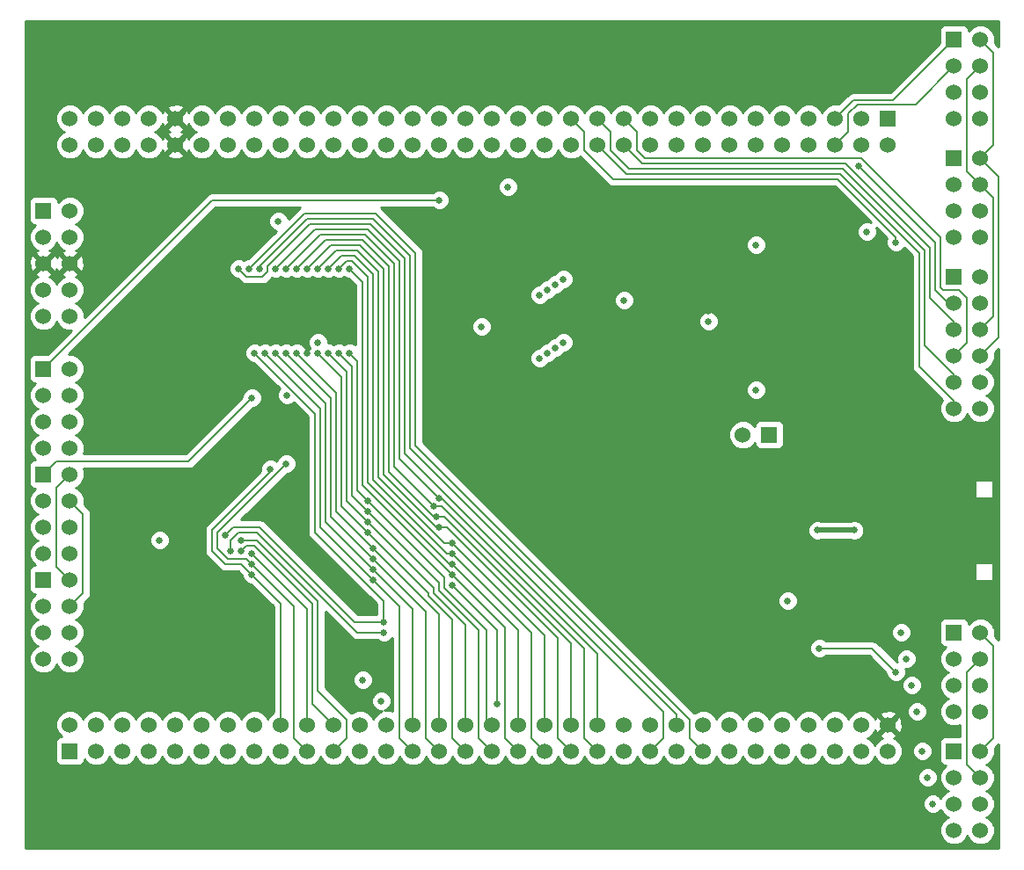
<source format=gbl>
G04 (created by PCBNEW-RS274X (2012-01-19 BZR 3256)-stable) date 08/10/2012 04:37:32*
G01*
G70*
G90*
%MOIN*%
G04 Gerber Fmt 3.4, Leading zero omitted, Abs format*
%FSLAX34Y34*%
G04 APERTURE LIST*
%ADD10C,0.006000*%
%ADD11R,0.060000X0.060000*%
%ADD12C,0.060000*%
%ADD13C,0.025000*%
%ADD14C,0.008000*%
%ADD15C,0.020000*%
%ADD16C,0.010000*%
G04 APERTURE END LIST*
G54D10*
G54D11*
X45500Y-16000D03*
G54D12*
X46500Y-16000D03*
X45500Y-17000D03*
X46500Y-17000D03*
X45500Y-18000D03*
X46500Y-18000D03*
X45500Y-19000D03*
X46500Y-19000D03*
X45500Y-20000D03*
X46500Y-20000D03*
X45500Y-21000D03*
X46500Y-21000D03*
G54D11*
X45500Y-11500D03*
G54D12*
X46500Y-11500D03*
X45500Y-12500D03*
X46500Y-12500D03*
X45500Y-13500D03*
X46500Y-13500D03*
X45500Y-14500D03*
X46500Y-14500D03*
G54D11*
X45500Y-07000D03*
G54D12*
X46500Y-07000D03*
X45500Y-08000D03*
X46500Y-08000D03*
X45500Y-09000D03*
X46500Y-09000D03*
X45500Y-10000D03*
X46500Y-10000D03*
G54D11*
X11000Y-27500D03*
G54D12*
X12000Y-27500D03*
X11000Y-28500D03*
X12000Y-28500D03*
X11000Y-29500D03*
X12000Y-29500D03*
X11000Y-30500D03*
X12000Y-30500D03*
G54D11*
X11000Y-23500D03*
G54D12*
X12000Y-23500D03*
X11000Y-24500D03*
X12000Y-24500D03*
X11000Y-25500D03*
X12000Y-25500D03*
X11000Y-26500D03*
X12000Y-26500D03*
G54D11*
X11000Y-19500D03*
G54D12*
X12000Y-19500D03*
X11000Y-20500D03*
X12000Y-20500D03*
X11000Y-21500D03*
X12000Y-21500D03*
X11000Y-22500D03*
X12000Y-22500D03*
G54D11*
X45500Y-34000D03*
G54D12*
X46500Y-34000D03*
X45500Y-35000D03*
X46500Y-35000D03*
X45500Y-36000D03*
X46500Y-36000D03*
X45500Y-37000D03*
X46500Y-37000D03*
G54D11*
X45500Y-29500D03*
G54D12*
X46500Y-29500D03*
X45500Y-30500D03*
X46500Y-30500D03*
X45500Y-31500D03*
X46500Y-31500D03*
X45500Y-32500D03*
X46500Y-32500D03*
G54D11*
X38500Y-22000D03*
G54D12*
X37500Y-22000D03*
G54D11*
X43000Y-10000D03*
G54D12*
X43000Y-11000D03*
X42000Y-10000D03*
X42000Y-11000D03*
X41000Y-10000D03*
X41000Y-11000D03*
X40000Y-10000D03*
X40000Y-11000D03*
X39000Y-10000D03*
X39000Y-11000D03*
X38000Y-10000D03*
X38000Y-11000D03*
X37000Y-10000D03*
X37000Y-11000D03*
X36000Y-10000D03*
X36000Y-11000D03*
X35000Y-10000D03*
X35000Y-11000D03*
X34000Y-10000D03*
X34000Y-11000D03*
X33000Y-10000D03*
X33000Y-11000D03*
X32000Y-10000D03*
X32000Y-11000D03*
X31000Y-10000D03*
X31000Y-11000D03*
X30000Y-10000D03*
X30000Y-11000D03*
X29000Y-10000D03*
X29000Y-11000D03*
X28000Y-10000D03*
X28000Y-11000D03*
X27000Y-10000D03*
X27000Y-11000D03*
X26000Y-10000D03*
X26000Y-11000D03*
X25000Y-10000D03*
X25000Y-11000D03*
X24000Y-10000D03*
X24000Y-11000D03*
X23000Y-10000D03*
X23000Y-11000D03*
X22000Y-10000D03*
X22000Y-11000D03*
X21000Y-10000D03*
X21000Y-11000D03*
X20000Y-10000D03*
X20000Y-11000D03*
X19000Y-10000D03*
X19000Y-11000D03*
X18000Y-10000D03*
X18000Y-11000D03*
X17000Y-10000D03*
X17000Y-11000D03*
X16000Y-10000D03*
X16000Y-11000D03*
X15000Y-10000D03*
X15000Y-11000D03*
X14000Y-10000D03*
X14000Y-11000D03*
X13000Y-10000D03*
X13000Y-11000D03*
X12000Y-10000D03*
X12000Y-11000D03*
G54D11*
X12000Y-34000D03*
G54D12*
X12000Y-33000D03*
X13000Y-34000D03*
X13000Y-33000D03*
X14000Y-34000D03*
X14000Y-33000D03*
X15000Y-34000D03*
X15000Y-33000D03*
X16000Y-34000D03*
X16000Y-33000D03*
X17000Y-34000D03*
X17000Y-33000D03*
X18000Y-34000D03*
X18000Y-33000D03*
X19000Y-34000D03*
X19000Y-33000D03*
X20000Y-34000D03*
X20000Y-33000D03*
X21000Y-34000D03*
X21000Y-33000D03*
X22000Y-34000D03*
X22000Y-33000D03*
X23000Y-34000D03*
X23000Y-33000D03*
X24000Y-34000D03*
X24000Y-33000D03*
X25000Y-34000D03*
X25000Y-33000D03*
X26000Y-34000D03*
X26000Y-33000D03*
X27000Y-34000D03*
X27000Y-33000D03*
X28000Y-34000D03*
X28000Y-33000D03*
X29000Y-34000D03*
X29000Y-33000D03*
X30000Y-34000D03*
X30000Y-33000D03*
X31000Y-34000D03*
X31000Y-33000D03*
X32000Y-34000D03*
X32000Y-33000D03*
X33000Y-34000D03*
X33000Y-33000D03*
X34000Y-34000D03*
X34000Y-33000D03*
X35000Y-34000D03*
X35000Y-33000D03*
X36000Y-34000D03*
X36000Y-33000D03*
X37000Y-34000D03*
X37000Y-33000D03*
X38000Y-34000D03*
X38000Y-33000D03*
X39000Y-34000D03*
X39000Y-33000D03*
X40000Y-34000D03*
X40000Y-33000D03*
X41000Y-34000D03*
X41000Y-33000D03*
X42000Y-34000D03*
X42000Y-33000D03*
X43000Y-34000D03*
X43000Y-33000D03*
G54D11*
X11000Y-13500D03*
G54D12*
X12000Y-13500D03*
X11000Y-14500D03*
X12000Y-14500D03*
X11000Y-15500D03*
X12000Y-15500D03*
X11000Y-16500D03*
X12000Y-16500D03*
X11000Y-17500D03*
X12000Y-17500D03*
G54D13*
X28600Y-12600D03*
X40400Y-30100D03*
X43300Y-31000D03*
X23800Y-32100D03*
X18900Y-27300D03*
X19600Y-23300D03*
X18900Y-26900D03*
X20200Y-23100D03*
X18900Y-26500D03*
X18500Y-26000D03*
X18500Y-26400D03*
X23500Y-27500D03*
X19400Y-18900D03*
X30700Y-16100D03*
X19800Y-18900D03*
X23500Y-27100D03*
X30400Y-16300D03*
X26500Y-26500D03*
X21800Y-15700D03*
X26500Y-26100D03*
X21400Y-15700D03*
X26000Y-25500D03*
X21000Y-15700D03*
X25900Y-25100D03*
X20600Y-15700D03*
X20200Y-15700D03*
X25800Y-24700D03*
X26000Y-24400D03*
X19800Y-15700D03*
X30100Y-16500D03*
X23500Y-26700D03*
X20200Y-18900D03*
X29800Y-16700D03*
X20600Y-18900D03*
X23500Y-26300D03*
X30700Y-18500D03*
X23300Y-25700D03*
X21400Y-18900D03*
X30400Y-18700D03*
X23300Y-25300D03*
X21800Y-18900D03*
X22200Y-18900D03*
X23300Y-24900D03*
X30100Y-18900D03*
X29800Y-19100D03*
X22600Y-18900D03*
X23300Y-24500D03*
X22600Y-15700D03*
X26500Y-27300D03*
X26500Y-26900D03*
X22200Y-15700D03*
X26000Y-13100D03*
X19200Y-15700D03*
X18400Y-15700D03*
X26500Y-27700D03*
X28200Y-32200D03*
X23100Y-31300D03*
X18800Y-15700D03*
X18100Y-26400D03*
X23900Y-29500D03*
X21400Y-18500D03*
X17900Y-25800D03*
X33000Y-16900D03*
X19000Y-18900D03*
X23900Y-29100D03*
X18900Y-20600D03*
X43300Y-14700D03*
X41900Y-11800D03*
X44700Y-36000D03*
X44500Y-35000D03*
X44300Y-34000D03*
X43900Y-31500D03*
X43700Y-30500D03*
X44100Y-32500D03*
X43500Y-29500D03*
X40325Y-25625D03*
X41725Y-25625D03*
X15500Y-08800D03*
X27600Y-17200D03*
X42500Y-21500D03*
X22100Y-29400D03*
X21000Y-18900D03*
X36200Y-17300D03*
X41700Y-26500D03*
X22100Y-27300D03*
X36200Y-16100D03*
X42100Y-28400D03*
X19600Y-14200D03*
X20225Y-20500D03*
X36200Y-17700D03*
X15400Y-26000D03*
X27600Y-17900D03*
X38000Y-20300D03*
X19900Y-13900D03*
X42200Y-14300D03*
X38000Y-14800D03*
X39200Y-28300D03*
G54D14*
X43300Y-31000D02*
X42400Y-30100D01*
X42400Y-30100D02*
X40400Y-30100D01*
X46000Y-31000D02*
X46000Y-34500D01*
X46000Y-34500D02*
X46500Y-35000D01*
X46500Y-30500D02*
X46000Y-31000D01*
X47000Y-30000D02*
X46500Y-29500D01*
X46500Y-34000D02*
X47000Y-33500D01*
X47000Y-33500D02*
X47000Y-30000D01*
X19600Y-23400D02*
X17400Y-25600D01*
X17900Y-26900D02*
X18500Y-26900D01*
X17400Y-26400D02*
X17900Y-26900D01*
X17400Y-25600D02*
X17400Y-26400D01*
X18500Y-26900D02*
X18900Y-27300D01*
X20000Y-28400D02*
X18900Y-27300D01*
X19600Y-23300D02*
X19600Y-23400D01*
X20000Y-33000D02*
X20000Y-28400D01*
X18000Y-26700D02*
X18700Y-26700D01*
X18900Y-26900D02*
X20500Y-28500D01*
X20500Y-33500D02*
X21000Y-34000D01*
X17600Y-26300D02*
X18000Y-26700D01*
X20200Y-23100D02*
X17600Y-25700D01*
X17600Y-25700D02*
X17600Y-26300D01*
X20500Y-28500D02*
X20500Y-33500D01*
X18700Y-26700D02*
X18900Y-26900D01*
X18900Y-26500D02*
X21000Y-28600D01*
X21000Y-28600D02*
X21000Y-33000D01*
X22500Y-33500D02*
X22000Y-34000D01*
X19100Y-26000D02*
X21400Y-28300D01*
X18500Y-26000D02*
X19100Y-26000D01*
X22500Y-32800D02*
X22500Y-33500D01*
X21400Y-31700D02*
X22500Y-32800D01*
X21400Y-28300D02*
X21400Y-31700D01*
X18700Y-26200D02*
X19000Y-26200D01*
X22000Y-33000D02*
X21200Y-32200D01*
X21200Y-28400D02*
X19000Y-26200D01*
X21200Y-32200D02*
X21200Y-28400D01*
X18500Y-26400D02*
X18700Y-26200D01*
X23500Y-27500D02*
X24500Y-28500D01*
X19400Y-18900D02*
X21500Y-21000D01*
X24500Y-28500D02*
X24500Y-33500D01*
X21500Y-25500D02*
X23500Y-27500D01*
X24500Y-33500D02*
X25000Y-34000D01*
X21500Y-25500D02*
X21500Y-21000D01*
X21700Y-25300D02*
X21700Y-20800D01*
X23500Y-27100D02*
X25000Y-28600D01*
X25000Y-33000D02*
X25000Y-28600D01*
X19800Y-18900D02*
X21700Y-20800D01*
X21700Y-25300D02*
X23500Y-27100D01*
X23500Y-23700D02*
X23500Y-15900D01*
X23500Y-15900D02*
X22800Y-15200D01*
X29500Y-29500D02*
X29500Y-33500D01*
X26500Y-26500D02*
X26300Y-26500D01*
X26500Y-26500D02*
X29500Y-29500D01*
X22800Y-15200D02*
X22300Y-15200D01*
X26300Y-26500D02*
X23500Y-23700D01*
X22300Y-15200D02*
X21800Y-15700D01*
X29500Y-33500D02*
X30000Y-34000D01*
X23700Y-15800D02*
X23700Y-23600D01*
X26200Y-26100D02*
X26500Y-26100D01*
X21400Y-15700D02*
X22100Y-15000D01*
X23700Y-23600D02*
X26200Y-26100D01*
X22900Y-15000D02*
X23700Y-15800D01*
X30000Y-29600D02*
X26500Y-26100D01*
X30000Y-33000D02*
X30000Y-29600D01*
X22100Y-15000D02*
X22900Y-15000D01*
X26300Y-25500D02*
X30500Y-29700D01*
X30500Y-29700D02*
X30500Y-33500D01*
X23000Y-14800D02*
X21900Y-14800D01*
X26000Y-25500D02*
X25900Y-25500D01*
X23900Y-15700D02*
X23000Y-14800D01*
X30500Y-33500D02*
X31000Y-34000D01*
X26000Y-25500D02*
X26300Y-25500D01*
X23900Y-23500D02*
X23900Y-15700D01*
X25900Y-25500D02*
X23900Y-23500D01*
X21000Y-15700D02*
X21900Y-14800D01*
X21700Y-14600D02*
X23100Y-14600D01*
X31000Y-33000D02*
X31000Y-29900D01*
X26200Y-25100D02*
X25900Y-25100D01*
X24100Y-23400D02*
X25800Y-25100D01*
X25800Y-25100D02*
X25900Y-25100D01*
X24100Y-15600D02*
X24100Y-23400D01*
X20600Y-15700D02*
X21700Y-14600D01*
X26200Y-25100D02*
X31000Y-29900D01*
X23100Y-14600D02*
X24100Y-15600D01*
X25800Y-24700D02*
X26100Y-24700D01*
X26100Y-24700D02*
X31500Y-30100D01*
X20200Y-15700D02*
X21500Y-14400D01*
X31500Y-33500D02*
X32000Y-34000D01*
X31500Y-30100D02*
X31500Y-33500D01*
X24300Y-15500D02*
X23200Y-14400D01*
X24300Y-23200D02*
X24300Y-15500D01*
X23200Y-14400D02*
X21500Y-14400D01*
X25800Y-24700D02*
X24300Y-23200D01*
X32000Y-33000D02*
X32000Y-30300D01*
X24500Y-15400D02*
X24500Y-22900D01*
X26000Y-24400D02*
X24500Y-22900D01*
X19800Y-15700D02*
X21300Y-14200D01*
X26100Y-24400D02*
X26000Y-24400D01*
X26100Y-24400D02*
X32000Y-30300D01*
X23300Y-14200D02*
X24500Y-15400D01*
X21300Y-14200D02*
X23300Y-14200D01*
X23500Y-26700D02*
X25500Y-28700D01*
X23500Y-26700D02*
X21900Y-25100D01*
X20200Y-18900D02*
X21900Y-20600D01*
X25500Y-28700D02*
X25500Y-33500D01*
X21900Y-25100D02*
X21900Y-20600D01*
X25500Y-33500D02*
X26000Y-34000D01*
X23500Y-26300D02*
X26000Y-28800D01*
X22100Y-24900D02*
X22100Y-20400D01*
X20600Y-18900D02*
X22100Y-20400D01*
X26000Y-33000D02*
X26000Y-28800D01*
X23500Y-26300D02*
X22100Y-24900D01*
X26500Y-29000D02*
X26500Y-33500D01*
X26500Y-33500D02*
X27000Y-34000D01*
X22300Y-24700D02*
X23300Y-25700D01*
X23300Y-25700D02*
X25600Y-28000D01*
X25600Y-28000D02*
X25600Y-28100D01*
X22300Y-19800D02*
X21400Y-18900D01*
X25600Y-28100D02*
X26500Y-29000D01*
X22300Y-24700D02*
X22300Y-19800D01*
X22500Y-24500D02*
X22500Y-19600D01*
X22500Y-24500D02*
X23300Y-25300D01*
X25800Y-27800D02*
X25800Y-28000D01*
X25800Y-28000D02*
X27000Y-29200D01*
X23300Y-25300D02*
X25800Y-27800D01*
X27000Y-33000D02*
X27000Y-29200D01*
X22500Y-19600D02*
X21800Y-18900D01*
X23300Y-24900D02*
X22700Y-24300D01*
X22700Y-24300D02*
X22700Y-19400D01*
X22700Y-19400D02*
X22200Y-18900D01*
X27500Y-33500D02*
X28000Y-34000D01*
X26000Y-27900D02*
X27500Y-29400D01*
X23300Y-24900D02*
X26000Y-27600D01*
X26000Y-27600D02*
X26000Y-27900D01*
X27500Y-29400D02*
X27500Y-33500D01*
X26200Y-27400D02*
X26200Y-27800D01*
X22900Y-24100D02*
X22900Y-19200D01*
X27800Y-32800D02*
X27800Y-29400D01*
X22900Y-19200D02*
X22600Y-18900D01*
X23300Y-24500D02*
X22900Y-24100D01*
X26200Y-27800D02*
X27800Y-29400D01*
X27800Y-32800D02*
X28000Y-33000D01*
X23300Y-24500D02*
X26200Y-27400D01*
X28500Y-29300D02*
X26500Y-27300D01*
X23100Y-23900D02*
X23100Y-16200D01*
X23100Y-16200D02*
X22600Y-15700D01*
X28500Y-33500D02*
X29000Y-34000D01*
X28500Y-29300D02*
X28500Y-33500D01*
X26500Y-27300D02*
X23100Y-23900D01*
X26500Y-26900D02*
X26400Y-26900D01*
X29000Y-33000D02*
X29000Y-29400D01*
X22500Y-15400D02*
X22700Y-15400D01*
X22700Y-15400D02*
X23300Y-16000D01*
X26400Y-26900D02*
X23300Y-23800D01*
X23300Y-16000D02*
X23300Y-23800D01*
X29000Y-29400D02*
X26500Y-26900D01*
X22200Y-15700D02*
X22500Y-15400D01*
X26000Y-13100D02*
X17400Y-13100D01*
X17400Y-13100D02*
X11000Y-19500D01*
X12500Y-25000D02*
X12500Y-28000D01*
X12000Y-24500D02*
X12500Y-25000D01*
X12500Y-28000D02*
X12000Y-28500D01*
X12000Y-23500D02*
X11500Y-24000D01*
X11500Y-27000D02*
X12000Y-27500D01*
X11500Y-24000D02*
X11500Y-27000D01*
X35000Y-32600D02*
X35000Y-33000D01*
X24900Y-22500D02*
X35000Y-32600D01*
X24900Y-15200D02*
X24900Y-22500D01*
X23500Y-13800D02*
X24900Y-15200D01*
X19200Y-15700D02*
X19200Y-15600D01*
X21000Y-13800D02*
X23500Y-13800D01*
X19200Y-15600D02*
X21000Y-13800D01*
X19500Y-15600D02*
X21100Y-14000D01*
X34500Y-33500D02*
X34000Y-34000D01*
X19500Y-15800D02*
X19500Y-15600D01*
X18700Y-16000D02*
X19300Y-16000D01*
X21100Y-14000D02*
X23400Y-14000D01*
X19500Y-15800D02*
X19300Y-16000D01*
X28200Y-29400D02*
X28200Y-32200D01*
X26500Y-27700D02*
X28200Y-29400D01*
X18400Y-15700D02*
X18700Y-16000D01*
X24700Y-22700D02*
X34500Y-32500D01*
X23400Y-14000D02*
X24700Y-15300D01*
X34500Y-32500D02*
X34500Y-33500D01*
X24700Y-15300D02*
X24700Y-22700D01*
X20900Y-13600D02*
X23600Y-13600D01*
X35500Y-32800D02*
X35500Y-33500D01*
X35500Y-33500D02*
X36000Y-34000D01*
X25100Y-15100D02*
X25100Y-22400D01*
X23600Y-13600D02*
X25100Y-15100D01*
X18800Y-15700D02*
X20900Y-13600D01*
X35500Y-32800D02*
X25100Y-22400D01*
X23900Y-29500D02*
X22900Y-29500D01*
X18100Y-26000D02*
X18400Y-25700D01*
X18100Y-26400D02*
X18100Y-26000D01*
X22900Y-29500D02*
X19100Y-25700D01*
X18400Y-25700D02*
X19100Y-25700D01*
X23900Y-29100D02*
X22800Y-29100D01*
X19200Y-25500D02*
X18200Y-25500D01*
X23900Y-28300D02*
X21300Y-25700D01*
X19000Y-18900D02*
X21300Y-21200D01*
X18200Y-25500D02*
X17900Y-25800D01*
X23900Y-29100D02*
X23900Y-28300D01*
X22800Y-29100D02*
X19200Y-25500D01*
X21300Y-25700D02*
X21300Y-21200D01*
X11000Y-23500D02*
X11500Y-23000D01*
X11500Y-23000D02*
X16500Y-23000D01*
X16500Y-23000D02*
X18900Y-20600D01*
X33800Y-11500D02*
X42000Y-11500D01*
X46000Y-16800D02*
X46000Y-18500D01*
X45700Y-16500D02*
X46000Y-16800D01*
X33000Y-10000D02*
X33500Y-10500D01*
X45100Y-16500D02*
X45700Y-16500D01*
X46000Y-18500D02*
X45500Y-19000D01*
X45000Y-16400D02*
X45100Y-16500D01*
X33500Y-11200D02*
X33800Y-11500D01*
X33500Y-10500D02*
X33500Y-11200D01*
X42000Y-11500D02*
X45000Y-14500D01*
X45000Y-14500D02*
X45000Y-16400D01*
X33000Y-11000D02*
X33700Y-11700D01*
X44600Y-14900D02*
X44600Y-16800D01*
X45500Y-18000D02*
X45500Y-17700D01*
X33700Y-11700D02*
X41400Y-11700D01*
X41400Y-11700D02*
X44600Y-14900D01*
X45500Y-17700D02*
X44600Y-16800D01*
X32500Y-10500D02*
X32500Y-11200D01*
X41300Y-11900D02*
X44400Y-15000D01*
X33200Y-11900D02*
X41300Y-11900D01*
X44400Y-15000D02*
X44400Y-18600D01*
X45500Y-20000D02*
X45500Y-19700D01*
X45500Y-19700D02*
X44400Y-18600D01*
X32000Y-10000D02*
X32500Y-10500D01*
X32500Y-11200D02*
X33200Y-11900D01*
X32000Y-11000D02*
X33100Y-12100D01*
X44200Y-15100D02*
X44200Y-19400D01*
X41200Y-12100D02*
X44200Y-15100D01*
X33100Y-12100D02*
X41200Y-12100D01*
X45500Y-20700D02*
X44200Y-19400D01*
X45500Y-21000D02*
X45500Y-20700D01*
X31500Y-10500D02*
X31500Y-11200D01*
X32600Y-12300D02*
X41100Y-12300D01*
X31500Y-11200D02*
X32600Y-12300D01*
X41100Y-12300D02*
X43300Y-14500D01*
X31000Y-10000D02*
X31500Y-10500D01*
X43300Y-14500D02*
X43300Y-14700D01*
X41900Y-11800D02*
X44800Y-14700D01*
X45300Y-17000D02*
X44800Y-16500D01*
X45500Y-17000D02*
X45300Y-17000D01*
X44800Y-14700D02*
X44800Y-16500D01*
X41500Y-09800D02*
X41838Y-09462D01*
X41838Y-09462D02*
X44038Y-09462D01*
X44038Y-09462D02*
X45500Y-08000D01*
X41000Y-11000D02*
X41500Y-10500D01*
X41500Y-10500D02*
X41500Y-09800D01*
X43200Y-09300D02*
X45500Y-07000D01*
X41000Y-10000D02*
X41700Y-09300D01*
X41700Y-09300D02*
X43200Y-09300D01*
X46500Y-07000D02*
X47000Y-07500D01*
X47000Y-07500D02*
X47000Y-11000D01*
X47000Y-11000D02*
X46500Y-11500D01*
X46500Y-11500D02*
X47200Y-12200D01*
X47200Y-18300D02*
X46500Y-19000D01*
X47200Y-12200D02*
X47200Y-18300D01*
X46500Y-18000D02*
X47000Y-17500D01*
X47000Y-13000D02*
X46500Y-12500D01*
X46500Y-08000D02*
X46000Y-08500D01*
X46000Y-12000D02*
X46500Y-12500D01*
X46000Y-08500D02*
X46000Y-12000D01*
X47000Y-17500D02*
X47000Y-13000D01*
G54D15*
X41725Y-25625D02*
X40325Y-25625D01*
G54D10*
G36*
X24210Y-32493D02*
X24109Y-32451D01*
X23932Y-32451D01*
X24012Y-32418D01*
X24117Y-32313D01*
X24175Y-32175D01*
X24175Y-32026D01*
X24118Y-31888D01*
X24013Y-31783D01*
X23875Y-31725D01*
X23726Y-31725D01*
X23588Y-31782D01*
X23483Y-31887D01*
X23475Y-31906D01*
X23475Y-31375D01*
X23475Y-31226D01*
X23418Y-31088D01*
X23313Y-30983D01*
X23175Y-30925D01*
X23026Y-30925D01*
X22888Y-30982D01*
X22783Y-31087D01*
X22725Y-31225D01*
X22725Y-31374D01*
X22782Y-31512D01*
X22887Y-31617D01*
X23025Y-31675D01*
X23174Y-31675D01*
X23312Y-31618D01*
X23417Y-31513D01*
X23475Y-31375D01*
X23475Y-31906D01*
X23425Y-32025D01*
X23425Y-32174D01*
X23482Y-32312D01*
X23587Y-32417D01*
X23725Y-32475D01*
X23833Y-32475D01*
X23689Y-32535D01*
X23535Y-32689D01*
X23500Y-32773D01*
X23465Y-32689D01*
X23311Y-32535D01*
X23109Y-32451D01*
X22891Y-32451D01*
X22689Y-32535D01*
X22667Y-32556D01*
X21690Y-31579D01*
X21690Y-28700D01*
X22695Y-29705D01*
X22789Y-29768D01*
X22900Y-29790D01*
X23660Y-29790D01*
X23687Y-29817D01*
X23825Y-29875D01*
X23974Y-29875D01*
X24112Y-29818D01*
X24210Y-29720D01*
X24210Y-32493D01*
X24210Y-32493D01*
G37*
G54D16*
X24210Y-32493D02*
X24109Y-32451D01*
X23932Y-32451D01*
X24012Y-32418D01*
X24117Y-32313D01*
X24175Y-32175D01*
X24175Y-32026D01*
X24118Y-31888D01*
X24013Y-31783D01*
X23875Y-31725D01*
X23726Y-31725D01*
X23588Y-31782D01*
X23483Y-31887D01*
X23475Y-31906D01*
X23475Y-31375D01*
X23475Y-31226D01*
X23418Y-31088D01*
X23313Y-30983D01*
X23175Y-30925D01*
X23026Y-30925D01*
X22888Y-30982D01*
X22783Y-31087D01*
X22725Y-31225D01*
X22725Y-31374D01*
X22782Y-31512D01*
X22887Y-31617D01*
X23025Y-31675D01*
X23174Y-31675D01*
X23312Y-31618D01*
X23417Y-31513D01*
X23475Y-31375D01*
X23475Y-31906D01*
X23425Y-32025D01*
X23425Y-32174D01*
X23482Y-32312D01*
X23587Y-32417D01*
X23725Y-32475D01*
X23833Y-32475D01*
X23689Y-32535D01*
X23535Y-32689D01*
X23500Y-32773D01*
X23465Y-32689D01*
X23311Y-32535D01*
X23109Y-32451D01*
X22891Y-32451D01*
X22689Y-32535D01*
X22667Y-32556D01*
X21690Y-31579D01*
X21690Y-28700D01*
X22695Y-29705D01*
X22789Y-29768D01*
X22900Y-29790D01*
X23660Y-29790D01*
X23687Y-29817D01*
X23825Y-29875D01*
X23974Y-29875D01*
X24112Y-29818D01*
X24210Y-29720D01*
X24210Y-32493D01*
G54D10*
G36*
X47175Y-37675D02*
X46999Y-37675D01*
X43549Y-37675D01*
X43549Y-34109D01*
X43549Y-33891D01*
X43543Y-33876D01*
X43543Y-33079D01*
X43532Y-32866D01*
X43472Y-32719D01*
X43378Y-32692D01*
X43308Y-32762D01*
X43308Y-32622D01*
X43281Y-32528D01*
X43079Y-32457D01*
X42866Y-32468D01*
X42719Y-32528D01*
X42692Y-32622D01*
X43000Y-32929D01*
X43308Y-32622D01*
X43308Y-32762D01*
X43071Y-33000D01*
X43378Y-33308D01*
X43472Y-33281D01*
X43543Y-33079D01*
X43543Y-33876D01*
X43465Y-33689D01*
X43311Y-33535D01*
X43219Y-33497D01*
X43281Y-33472D01*
X43308Y-33378D01*
X43000Y-33071D01*
X42692Y-33378D01*
X42719Y-33472D01*
X42784Y-33495D01*
X42689Y-33535D01*
X42535Y-33689D01*
X42500Y-33773D01*
X42465Y-33689D01*
X42311Y-33535D01*
X42226Y-33500D01*
X42311Y-33465D01*
X42465Y-33311D01*
X42502Y-33219D01*
X42528Y-33281D01*
X42622Y-33308D01*
X42929Y-33000D01*
X42622Y-32692D01*
X42528Y-32719D01*
X42504Y-32784D01*
X42465Y-32689D01*
X42311Y-32535D01*
X42109Y-32451D01*
X41891Y-32451D01*
X41689Y-32535D01*
X41535Y-32689D01*
X41500Y-32773D01*
X41465Y-32689D01*
X41311Y-32535D01*
X41109Y-32451D01*
X40891Y-32451D01*
X40689Y-32535D01*
X40535Y-32689D01*
X40500Y-32773D01*
X40465Y-32689D01*
X40311Y-32535D01*
X40109Y-32451D01*
X39891Y-32451D01*
X39689Y-32535D01*
X39575Y-32649D01*
X39575Y-28375D01*
X39575Y-28226D01*
X39518Y-28088D01*
X39413Y-27983D01*
X39275Y-27925D01*
X39126Y-27925D01*
X39049Y-27956D01*
X39049Y-22350D01*
X39049Y-22251D01*
X39049Y-21651D01*
X39011Y-21559D01*
X38941Y-21489D01*
X38850Y-21451D01*
X38751Y-21451D01*
X38375Y-21451D01*
X38375Y-20375D01*
X38375Y-20226D01*
X38375Y-14875D01*
X38375Y-14726D01*
X38318Y-14588D01*
X38213Y-14483D01*
X38075Y-14425D01*
X37926Y-14425D01*
X37788Y-14482D01*
X37683Y-14587D01*
X37625Y-14725D01*
X37625Y-14874D01*
X37682Y-15012D01*
X37787Y-15117D01*
X37925Y-15175D01*
X38074Y-15175D01*
X38212Y-15118D01*
X38317Y-15013D01*
X38375Y-14875D01*
X38375Y-20226D01*
X38318Y-20088D01*
X38213Y-19983D01*
X38075Y-19925D01*
X37926Y-19925D01*
X37788Y-19982D01*
X37683Y-20087D01*
X37625Y-20225D01*
X37625Y-20374D01*
X37682Y-20512D01*
X37787Y-20617D01*
X37925Y-20675D01*
X38074Y-20675D01*
X38212Y-20618D01*
X38317Y-20513D01*
X38375Y-20375D01*
X38375Y-21451D01*
X38151Y-21451D01*
X38059Y-21489D01*
X37989Y-21559D01*
X37951Y-21650D01*
X37951Y-21675D01*
X37811Y-21535D01*
X37609Y-21451D01*
X37391Y-21451D01*
X37189Y-21535D01*
X37035Y-21689D01*
X36951Y-21891D01*
X36951Y-22109D01*
X37035Y-22311D01*
X37189Y-22465D01*
X37391Y-22549D01*
X37609Y-22549D01*
X37811Y-22465D01*
X37951Y-22325D01*
X37951Y-22349D01*
X37989Y-22441D01*
X38059Y-22511D01*
X38150Y-22549D01*
X38249Y-22549D01*
X38849Y-22549D01*
X38941Y-22511D01*
X39011Y-22441D01*
X39049Y-22350D01*
X39049Y-27956D01*
X38988Y-27982D01*
X38883Y-28087D01*
X38825Y-28225D01*
X38825Y-28374D01*
X38882Y-28512D01*
X38987Y-28617D01*
X39125Y-28675D01*
X39274Y-28675D01*
X39412Y-28618D01*
X39517Y-28513D01*
X39575Y-28375D01*
X39575Y-32649D01*
X39535Y-32689D01*
X39500Y-32773D01*
X39465Y-32689D01*
X39311Y-32535D01*
X39109Y-32451D01*
X38891Y-32451D01*
X38689Y-32535D01*
X38535Y-32689D01*
X38500Y-32773D01*
X38465Y-32689D01*
X38311Y-32535D01*
X38109Y-32451D01*
X37891Y-32451D01*
X37689Y-32535D01*
X37535Y-32689D01*
X37500Y-32773D01*
X37465Y-32689D01*
X37311Y-32535D01*
X37109Y-32451D01*
X36891Y-32451D01*
X36689Y-32535D01*
X36575Y-32649D01*
X36575Y-17775D01*
X36575Y-17626D01*
X36518Y-17488D01*
X36413Y-17383D01*
X36275Y-17325D01*
X36126Y-17325D01*
X35988Y-17382D01*
X35883Y-17487D01*
X35825Y-17625D01*
X35825Y-17774D01*
X35882Y-17912D01*
X35987Y-18017D01*
X36125Y-18075D01*
X36274Y-18075D01*
X36412Y-18018D01*
X36517Y-17913D01*
X36575Y-17775D01*
X36575Y-32649D01*
X36535Y-32689D01*
X36500Y-32773D01*
X36465Y-32689D01*
X36311Y-32535D01*
X36109Y-32451D01*
X35891Y-32451D01*
X35689Y-32535D01*
X35667Y-32557D01*
X33375Y-30265D01*
X33375Y-16975D01*
X33375Y-16826D01*
X33318Y-16688D01*
X33213Y-16583D01*
X33075Y-16525D01*
X32926Y-16525D01*
X32788Y-16582D01*
X32683Y-16687D01*
X32625Y-16825D01*
X32625Y-16974D01*
X32682Y-17112D01*
X32787Y-17217D01*
X32925Y-17275D01*
X33074Y-17275D01*
X33212Y-17218D01*
X33317Y-17113D01*
X33375Y-16975D01*
X33375Y-30265D01*
X31075Y-27965D01*
X31075Y-18575D01*
X31075Y-18426D01*
X31075Y-16175D01*
X31075Y-16026D01*
X31018Y-15888D01*
X30913Y-15783D01*
X30775Y-15725D01*
X30626Y-15725D01*
X30488Y-15782D01*
X30383Y-15887D01*
X30367Y-15925D01*
X30326Y-15925D01*
X30188Y-15982D01*
X30083Y-16087D01*
X30067Y-16125D01*
X30026Y-16125D01*
X29888Y-16182D01*
X29783Y-16287D01*
X29767Y-16325D01*
X29726Y-16325D01*
X29588Y-16382D01*
X29483Y-16487D01*
X29425Y-16625D01*
X29425Y-16774D01*
X29482Y-16912D01*
X29587Y-17017D01*
X29725Y-17075D01*
X29874Y-17075D01*
X30012Y-17018D01*
X30117Y-16913D01*
X30132Y-16875D01*
X30174Y-16875D01*
X30312Y-16818D01*
X30417Y-16713D01*
X30432Y-16675D01*
X30474Y-16675D01*
X30612Y-16618D01*
X30717Y-16513D01*
X30732Y-16475D01*
X30774Y-16475D01*
X30912Y-16418D01*
X31017Y-16313D01*
X31075Y-16175D01*
X31075Y-18426D01*
X31018Y-18288D01*
X30913Y-18183D01*
X30775Y-18125D01*
X30626Y-18125D01*
X30488Y-18182D01*
X30383Y-18287D01*
X30367Y-18325D01*
X30326Y-18325D01*
X30188Y-18382D01*
X30083Y-18487D01*
X30067Y-18525D01*
X30026Y-18525D01*
X29888Y-18582D01*
X29783Y-18687D01*
X29767Y-18725D01*
X29726Y-18725D01*
X29588Y-18782D01*
X29483Y-18887D01*
X29425Y-19025D01*
X29425Y-19174D01*
X29482Y-19312D01*
X29587Y-19417D01*
X29725Y-19475D01*
X29874Y-19475D01*
X30012Y-19418D01*
X30117Y-19313D01*
X30132Y-19275D01*
X30174Y-19275D01*
X30312Y-19218D01*
X30417Y-19113D01*
X30432Y-19075D01*
X30474Y-19075D01*
X30612Y-19018D01*
X30717Y-18913D01*
X30732Y-18875D01*
X30774Y-18875D01*
X30912Y-18818D01*
X31017Y-18713D01*
X31075Y-18575D01*
X31075Y-27965D01*
X28975Y-25865D01*
X28975Y-12675D01*
X28975Y-12526D01*
X28918Y-12388D01*
X28813Y-12283D01*
X28675Y-12225D01*
X28526Y-12225D01*
X28388Y-12282D01*
X28283Y-12387D01*
X28225Y-12525D01*
X28225Y-12674D01*
X28282Y-12812D01*
X28387Y-12917D01*
X28525Y-12975D01*
X28674Y-12975D01*
X28812Y-12918D01*
X28917Y-12813D01*
X28975Y-12675D01*
X28975Y-25865D01*
X27975Y-24865D01*
X27975Y-17975D01*
X27975Y-17826D01*
X27918Y-17688D01*
X27813Y-17583D01*
X27675Y-17525D01*
X27526Y-17525D01*
X27388Y-17582D01*
X27283Y-17687D01*
X27225Y-17825D01*
X27225Y-17974D01*
X27282Y-18112D01*
X27387Y-18217D01*
X27525Y-18275D01*
X27674Y-18275D01*
X27812Y-18218D01*
X27917Y-18113D01*
X27975Y-17975D01*
X27975Y-24865D01*
X25390Y-22280D01*
X25390Y-15100D01*
X25368Y-14989D01*
X25305Y-14895D01*
X23805Y-13395D01*
X23797Y-13390D01*
X25760Y-13390D01*
X25787Y-13417D01*
X25925Y-13475D01*
X26074Y-13475D01*
X26212Y-13418D01*
X26317Y-13313D01*
X26375Y-13175D01*
X26375Y-13026D01*
X26318Y-12888D01*
X26213Y-12783D01*
X26075Y-12725D01*
X25926Y-12725D01*
X25788Y-12782D01*
X25760Y-12810D01*
X17400Y-12810D01*
X17289Y-12832D01*
X17195Y-12895D01*
X17194Y-12895D01*
X17194Y-12896D01*
X16308Y-13782D01*
X16308Y-11378D01*
X16000Y-11071D01*
X15929Y-11141D01*
X15929Y-11000D01*
X15622Y-10692D01*
X15528Y-10719D01*
X15504Y-10784D01*
X15465Y-10689D01*
X15311Y-10535D01*
X15226Y-10500D01*
X15311Y-10465D01*
X15465Y-10311D01*
X15502Y-10219D01*
X15528Y-10281D01*
X15622Y-10308D01*
X15929Y-10000D01*
X15622Y-09692D01*
X15528Y-09719D01*
X15504Y-09784D01*
X15465Y-09689D01*
X15311Y-09535D01*
X15109Y-09451D01*
X14891Y-09451D01*
X14689Y-09535D01*
X14535Y-09689D01*
X14500Y-09773D01*
X14465Y-09689D01*
X14311Y-09535D01*
X14109Y-09451D01*
X13891Y-09451D01*
X13689Y-09535D01*
X13535Y-09689D01*
X13500Y-09773D01*
X13465Y-09689D01*
X13311Y-09535D01*
X13109Y-09451D01*
X12891Y-09451D01*
X12689Y-09535D01*
X12535Y-09689D01*
X12500Y-09773D01*
X12465Y-09689D01*
X12311Y-09535D01*
X12109Y-09451D01*
X11891Y-09451D01*
X11689Y-09535D01*
X11535Y-09689D01*
X11451Y-09891D01*
X11451Y-10109D01*
X11535Y-10311D01*
X11689Y-10465D01*
X11773Y-10500D01*
X11689Y-10535D01*
X11535Y-10689D01*
X11451Y-10891D01*
X11451Y-11109D01*
X11535Y-11311D01*
X11689Y-11465D01*
X11891Y-11549D01*
X12109Y-11549D01*
X12311Y-11465D01*
X12465Y-11311D01*
X12500Y-11226D01*
X12535Y-11311D01*
X12689Y-11465D01*
X12891Y-11549D01*
X13109Y-11549D01*
X13311Y-11465D01*
X13465Y-11311D01*
X13500Y-11226D01*
X13535Y-11311D01*
X13689Y-11465D01*
X13891Y-11549D01*
X14109Y-11549D01*
X14311Y-11465D01*
X14465Y-11311D01*
X14500Y-11226D01*
X14535Y-11311D01*
X14689Y-11465D01*
X14891Y-11549D01*
X15109Y-11549D01*
X15311Y-11465D01*
X15465Y-11311D01*
X15502Y-11219D01*
X15528Y-11281D01*
X15622Y-11308D01*
X15929Y-11000D01*
X15929Y-11141D01*
X15692Y-11378D01*
X15719Y-11472D01*
X15921Y-11543D01*
X16134Y-11532D01*
X16281Y-11472D01*
X16308Y-11378D01*
X16308Y-13782D01*
X12549Y-17541D01*
X12549Y-17391D01*
X12465Y-17189D01*
X12311Y-17035D01*
X12226Y-17000D01*
X12311Y-16965D01*
X12465Y-16811D01*
X12549Y-16609D01*
X12549Y-16391D01*
X12549Y-14609D01*
X12549Y-14391D01*
X12465Y-14189D01*
X12311Y-14035D01*
X12226Y-14000D01*
X12311Y-13965D01*
X12465Y-13811D01*
X12549Y-13609D01*
X12549Y-13391D01*
X12465Y-13189D01*
X12311Y-13035D01*
X12109Y-12951D01*
X11891Y-12951D01*
X11689Y-13035D01*
X11549Y-13175D01*
X11549Y-13151D01*
X11511Y-13059D01*
X11441Y-12989D01*
X11350Y-12951D01*
X11251Y-12951D01*
X10651Y-12951D01*
X10559Y-12989D01*
X10489Y-13059D01*
X10451Y-13150D01*
X10451Y-13249D01*
X10451Y-13849D01*
X10489Y-13941D01*
X10559Y-14011D01*
X10650Y-14049D01*
X10675Y-14049D01*
X10535Y-14189D01*
X10451Y-14391D01*
X10451Y-14609D01*
X10535Y-14811D01*
X10689Y-14965D01*
X10780Y-15002D01*
X10719Y-15028D01*
X10692Y-15122D01*
X11000Y-15429D01*
X11308Y-15122D01*
X11281Y-15028D01*
X11215Y-15004D01*
X11311Y-14965D01*
X11465Y-14811D01*
X11500Y-14726D01*
X11535Y-14811D01*
X11689Y-14965D01*
X11780Y-15002D01*
X11719Y-15028D01*
X11692Y-15122D01*
X12000Y-15429D01*
X12308Y-15122D01*
X12281Y-15028D01*
X12215Y-15004D01*
X12311Y-14965D01*
X12465Y-14811D01*
X12549Y-14609D01*
X12549Y-16391D01*
X12543Y-16376D01*
X12543Y-15579D01*
X12532Y-15366D01*
X12472Y-15219D01*
X12378Y-15192D01*
X12071Y-15500D01*
X12378Y-15808D01*
X12472Y-15781D01*
X12543Y-15579D01*
X12543Y-16376D01*
X12465Y-16189D01*
X12311Y-16035D01*
X12219Y-15997D01*
X12281Y-15972D01*
X12308Y-15878D01*
X12000Y-15571D01*
X11929Y-15641D01*
X11929Y-15500D01*
X11622Y-15192D01*
X11528Y-15219D01*
X11502Y-15292D01*
X11472Y-15219D01*
X11378Y-15192D01*
X11071Y-15500D01*
X11378Y-15808D01*
X11472Y-15781D01*
X11497Y-15707D01*
X11528Y-15781D01*
X11622Y-15808D01*
X11929Y-15500D01*
X11929Y-15641D01*
X11692Y-15878D01*
X11719Y-15972D01*
X11784Y-15995D01*
X11689Y-16035D01*
X11535Y-16189D01*
X11500Y-16273D01*
X11465Y-16189D01*
X11311Y-16035D01*
X11219Y-15997D01*
X11281Y-15972D01*
X11308Y-15878D01*
X11000Y-15571D01*
X10929Y-15641D01*
X10929Y-15500D01*
X10622Y-15192D01*
X10528Y-15219D01*
X10457Y-15421D01*
X10468Y-15634D01*
X10528Y-15781D01*
X10622Y-15808D01*
X10929Y-15500D01*
X10929Y-15641D01*
X10692Y-15878D01*
X10719Y-15972D01*
X10784Y-15995D01*
X10689Y-16035D01*
X10535Y-16189D01*
X10451Y-16391D01*
X10451Y-16609D01*
X10535Y-16811D01*
X10689Y-16965D01*
X10773Y-17000D01*
X10689Y-17035D01*
X10535Y-17189D01*
X10451Y-17391D01*
X10451Y-17609D01*
X10535Y-17811D01*
X10689Y-17965D01*
X10891Y-18049D01*
X11109Y-18049D01*
X11311Y-17965D01*
X11465Y-17811D01*
X11500Y-17726D01*
X11535Y-17811D01*
X11689Y-17965D01*
X11891Y-18049D01*
X12041Y-18049D01*
X11139Y-18951D01*
X10651Y-18951D01*
X10559Y-18989D01*
X10489Y-19059D01*
X10451Y-19150D01*
X10451Y-19249D01*
X10451Y-19849D01*
X10489Y-19941D01*
X10559Y-20011D01*
X10650Y-20049D01*
X10675Y-20049D01*
X10535Y-20189D01*
X10451Y-20391D01*
X10451Y-20609D01*
X10535Y-20811D01*
X10689Y-20965D01*
X10773Y-21000D01*
X10689Y-21035D01*
X10535Y-21189D01*
X10451Y-21391D01*
X10451Y-21609D01*
X10535Y-21811D01*
X10689Y-21965D01*
X10773Y-22000D01*
X10689Y-22035D01*
X10535Y-22189D01*
X10451Y-22391D01*
X10451Y-22609D01*
X10535Y-22811D01*
X10675Y-22951D01*
X10651Y-22951D01*
X10559Y-22989D01*
X10489Y-23059D01*
X10451Y-23150D01*
X10451Y-23249D01*
X10451Y-23849D01*
X10489Y-23941D01*
X10559Y-24011D01*
X10650Y-24049D01*
X10675Y-24049D01*
X10535Y-24189D01*
X10451Y-24391D01*
X10451Y-24609D01*
X10535Y-24811D01*
X10689Y-24965D01*
X10773Y-25000D01*
X10689Y-25035D01*
X10535Y-25189D01*
X10451Y-25391D01*
X10451Y-25609D01*
X10535Y-25811D01*
X10689Y-25965D01*
X10773Y-26000D01*
X10689Y-26035D01*
X10535Y-26189D01*
X10451Y-26391D01*
X10451Y-26609D01*
X10535Y-26811D01*
X10675Y-26951D01*
X10651Y-26951D01*
X10559Y-26989D01*
X10489Y-27059D01*
X10451Y-27150D01*
X10451Y-27249D01*
X10451Y-27849D01*
X10489Y-27941D01*
X10559Y-28011D01*
X10650Y-28049D01*
X10675Y-28049D01*
X10535Y-28189D01*
X10451Y-28391D01*
X10451Y-28609D01*
X10535Y-28811D01*
X10689Y-28965D01*
X10773Y-29000D01*
X10689Y-29035D01*
X10535Y-29189D01*
X10451Y-29391D01*
X10451Y-29609D01*
X10535Y-29811D01*
X10689Y-29965D01*
X10773Y-30000D01*
X10689Y-30035D01*
X10535Y-30189D01*
X10451Y-30391D01*
X10451Y-30609D01*
X10535Y-30811D01*
X10689Y-30965D01*
X10891Y-31049D01*
X11109Y-31049D01*
X11311Y-30965D01*
X11465Y-30811D01*
X11500Y-30726D01*
X11535Y-30811D01*
X11689Y-30965D01*
X11891Y-31049D01*
X12109Y-31049D01*
X12311Y-30965D01*
X12465Y-30811D01*
X12549Y-30609D01*
X12549Y-30391D01*
X12465Y-30189D01*
X12311Y-30035D01*
X12226Y-30000D01*
X12311Y-29965D01*
X12465Y-29811D01*
X12549Y-29609D01*
X12549Y-29391D01*
X12465Y-29189D01*
X12311Y-29035D01*
X12226Y-29000D01*
X12311Y-28965D01*
X12465Y-28811D01*
X12549Y-28609D01*
X12549Y-28391D01*
X12540Y-28369D01*
X12705Y-28205D01*
X12768Y-28111D01*
X12790Y-28000D01*
X12790Y-25000D01*
X12768Y-24889D01*
X12705Y-24795D01*
X12540Y-24630D01*
X12549Y-24609D01*
X12549Y-24391D01*
X12465Y-24189D01*
X12311Y-24035D01*
X12226Y-24000D01*
X12311Y-23965D01*
X12465Y-23811D01*
X12549Y-23609D01*
X12549Y-23391D01*
X12507Y-23290D01*
X16500Y-23290D01*
X16611Y-23268D01*
X16705Y-23205D01*
X18935Y-20975D01*
X18974Y-20975D01*
X19112Y-20918D01*
X19217Y-20813D01*
X19275Y-20675D01*
X19275Y-20526D01*
X19218Y-20388D01*
X19113Y-20283D01*
X18975Y-20225D01*
X18826Y-20225D01*
X18688Y-20282D01*
X18583Y-20387D01*
X18525Y-20525D01*
X18525Y-20565D01*
X16380Y-22710D01*
X12507Y-22710D01*
X12549Y-22609D01*
X12549Y-22391D01*
X12465Y-22189D01*
X12311Y-22035D01*
X12226Y-22000D01*
X12311Y-21965D01*
X12465Y-21811D01*
X12549Y-21609D01*
X12549Y-21391D01*
X12465Y-21189D01*
X12311Y-21035D01*
X12226Y-21000D01*
X12311Y-20965D01*
X12465Y-20811D01*
X12549Y-20609D01*
X12549Y-20391D01*
X12465Y-20189D01*
X12311Y-20035D01*
X12226Y-20000D01*
X12311Y-19965D01*
X12465Y-19811D01*
X12549Y-19609D01*
X12549Y-19391D01*
X12465Y-19189D01*
X12311Y-19035D01*
X12109Y-18951D01*
X11959Y-18951D01*
X17520Y-13390D01*
X20702Y-13390D01*
X20695Y-13395D01*
X20694Y-13395D01*
X20694Y-13396D01*
X20271Y-13818D01*
X20218Y-13688D01*
X20113Y-13583D01*
X19975Y-13525D01*
X19826Y-13525D01*
X19688Y-13582D01*
X19583Y-13687D01*
X19525Y-13825D01*
X19525Y-13974D01*
X19582Y-14112D01*
X19687Y-14217D01*
X19817Y-14272D01*
X18765Y-15325D01*
X18726Y-15325D01*
X18599Y-15377D01*
X18475Y-15325D01*
X18326Y-15325D01*
X18188Y-15382D01*
X18083Y-15487D01*
X18025Y-15625D01*
X18025Y-15774D01*
X18082Y-15912D01*
X18187Y-16017D01*
X18325Y-16075D01*
X18365Y-16075D01*
X18495Y-16205D01*
X18589Y-16268D01*
X18700Y-16290D01*
X19300Y-16290D01*
X19411Y-16268D01*
X19505Y-16205D01*
X19661Y-16048D01*
X19725Y-16075D01*
X19874Y-16075D01*
X20000Y-16022D01*
X20125Y-16075D01*
X20274Y-16075D01*
X20400Y-16022D01*
X20525Y-16075D01*
X20674Y-16075D01*
X20800Y-16022D01*
X20925Y-16075D01*
X21074Y-16075D01*
X21200Y-16022D01*
X21325Y-16075D01*
X21474Y-16075D01*
X21600Y-16022D01*
X21725Y-16075D01*
X21874Y-16075D01*
X22000Y-16022D01*
X22125Y-16075D01*
X22274Y-16075D01*
X22400Y-16022D01*
X22525Y-16075D01*
X22565Y-16075D01*
X22810Y-16320D01*
X22810Y-18581D01*
X22675Y-18525D01*
X22526Y-18525D01*
X22399Y-18577D01*
X22275Y-18525D01*
X22126Y-18525D01*
X21999Y-18577D01*
X21875Y-18525D01*
X21775Y-18525D01*
X21775Y-18426D01*
X21718Y-18288D01*
X21613Y-18183D01*
X21475Y-18125D01*
X21326Y-18125D01*
X21188Y-18182D01*
X21083Y-18287D01*
X21025Y-18425D01*
X21025Y-18574D01*
X21077Y-18700D01*
X21025Y-18825D01*
X21025Y-18915D01*
X20975Y-18865D01*
X20975Y-18826D01*
X20918Y-18688D01*
X20813Y-18583D01*
X20675Y-18525D01*
X20526Y-18525D01*
X20399Y-18577D01*
X20275Y-18525D01*
X20126Y-18525D01*
X19999Y-18577D01*
X19875Y-18525D01*
X19726Y-18525D01*
X19599Y-18577D01*
X19475Y-18525D01*
X19326Y-18525D01*
X19199Y-18577D01*
X19075Y-18525D01*
X18926Y-18525D01*
X18788Y-18582D01*
X18683Y-18687D01*
X18625Y-18825D01*
X18625Y-18974D01*
X18682Y-19112D01*
X18787Y-19217D01*
X18925Y-19275D01*
X18964Y-19275D01*
X19942Y-20252D01*
X19908Y-20287D01*
X19850Y-20425D01*
X19850Y-20574D01*
X19907Y-20712D01*
X20012Y-20817D01*
X20150Y-20875D01*
X20299Y-20875D01*
X20437Y-20818D01*
X20472Y-20782D01*
X21010Y-21320D01*
X21010Y-25700D01*
X21032Y-25811D01*
X21095Y-25905D01*
X23610Y-28420D01*
X23610Y-28810D01*
X22920Y-28810D01*
X19405Y-25295D01*
X19311Y-25232D01*
X19200Y-25210D01*
X18500Y-25210D01*
X20235Y-23475D01*
X20274Y-23475D01*
X20412Y-23418D01*
X20517Y-23313D01*
X20575Y-23175D01*
X20575Y-23026D01*
X20518Y-22888D01*
X20413Y-22783D01*
X20275Y-22725D01*
X20126Y-22725D01*
X19988Y-22782D01*
X19883Y-22887D01*
X19833Y-23003D01*
X19813Y-22983D01*
X19675Y-22925D01*
X19526Y-22925D01*
X19388Y-22982D01*
X19283Y-23087D01*
X19225Y-23225D01*
X19225Y-23365D01*
X17195Y-25395D01*
X17132Y-25489D01*
X17110Y-25600D01*
X17110Y-26400D01*
X17132Y-26511D01*
X17195Y-26605D01*
X17695Y-27105D01*
X17789Y-27168D01*
X17900Y-27190D01*
X18379Y-27190D01*
X18525Y-27335D01*
X18525Y-27374D01*
X18582Y-27512D01*
X18687Y-27617D01*
X18825Y-27675D01*
X18864Y-27675D01*
X19710Y-28520D01*
X19710Y-32526D01*
X19689Y-32535D01*
X19535Y-32689D01*
X19500Y-32773D01*
X19465Y-32689D01*
X19311Y-32535D01*
X19109Y-32451D01*
X18891Y-32451D01*
X18689Y-32535D01*
X18535Y-32689D01*
X18500Y-32773D01*
X18465Y-32689D01*
X18311Y-32535D01*
X18109Y-32451D01*
X17891Y-32451D01*
X17689Y-32535D01*
X17535Y-32689D01*
X17500Y-32773D01*
X17465Y-32689D01*
X17311Y-32535D01*
X17109Y-32451D01*
X16891Y-32451D01*
X16689Y-32535D01*
X16535Y-32689D01*
X16500Y-32773D01*
X16465Y-32689D01*
X16311Y-32535D01*
X16109Y-32451D01*
X15891Y-32451D01*
X15775Y-32499D01*
X15775Y-26075D01*
X15775Y-25926D01*
X15718Y-25788D01*
X15613Y-25683D01*
X15475Y-25625D01*
X15326Y-25625D01*
X15188Y-25682D01*
X15083Y-25787D01*
X15025Y-25925D01*
X15025Y-26074D01*
X15082Y-26212D01*
X15187Y-26317D01*
X15325Y-26375D01*
X15474Y-26375D01*
X15612Y-26318D01*
X15717Y-26213D01*
X15775Y-26075D01*
X15775Y-32499D01*
X15689Y-32535D01*
X15535Y-32689D01*
X15500Y-32773D01*
X15465Y-32689D01*
X15311Y-32535D01*
X15109Y-32451D01*
X14891Y-32451D01*
X14689Y-32535D01*
X14535Y-32689D01*
X14500Y-32773D01*
X14465Y-32689D01*
X14311Y-32535D01*
X14109Y-32451D01*
X13891Y-32451D01*
X13689Y-32535D01*
X13535Y-32689D01*
X13500Y-32773D01*
X13465Y-32689D01*
X13311Y-32535D01*
X13109Y-32451D01*
X12891Y-32451D01*
X12689Y-32535D01*
X12535Y-32689D01*
X12500Y-32773D01*
X12465Y-32689D01*
X12311Y-32535D01*
X12109Y-32451D01*
X11891Y-32451D01*
X11689Y-32535D01*
X11535Y-32689D01*
X11451Y-32891D01*
X11451Y-33109D01*
X11535Y-33311D01*
X11675Y-33451D01*
X11651Y-33451D01*
X11559Y-33489D01*
X11489Y-33559D01*
X11451Y-33650D01*
X11451Y-33749D01*
X11451Y-34349D01*
X11489Y-34441D01*
X11559Y-34511D01*
X11650Y-34549D01*
X11749Y-34549D01*
X12349Y-34549D01*
X12441Y-34511D01*
X12511Y-34441D01*
X12549Y-34350D01*
X12549Y-34325D01*
X12689Y-34465D01*
X12891Y-34549D01*
X13109Y-34549D01*
X13311Y-34465D01*
X13465Y-34311D01*
X13500Y-34226D01*
X13535Y-34311D01*
X13689Y-34465D01*
X13891Y-34549D01*
X14109Y-34549D01*
X14311Y-34465D01*
X14465Y-34311D01*
X14500Y-34226D01*
X14535Y-34311D01*
X14689Y-34465D01*
X14891Y-34549D01*
X15109Y-34549D01*
X15311Y-34465D01*
X15465Y-34311D01*
X15500Y-34226D01*
X15535Y-34311D01*
X15689Y-34465D01*
X15891Y-34549D01*
X16109Y-34549D01*
X16311Y-34465D01*
X16465Y-34311D01*
X16500Y-34226D01*
X16535Y-34311D01*
X16689Y-34465D01*
X16891Y-34549D01*
X17109Y-34549D01*
X17311Y-34465D01*
X17465Y-34311D01*
X17500Y-34226D01*
X17535Y-34311D01*
X17689Y-34465D01*
X17891Y-34549D01*
X18109Y-34549D01*
X18311Y-34465D01*
X18465Y-34311D01*
X18500Y-34226D01*
X18535Y-34311D01*
X18689Y-34465D01*
X18891Y-34549D01*
X19109Y-34549D01*
X19311Y-34465D01*
X19465Y-34311D01*
X19500Y-34226D01*
X19535Y-34311D01*
X19689Y-34465D01*
X19891Y-34549D01*
X20109Y-34549D01*
X20311Y-34465D01*
X20465Y-34311D01*
X20500Y-34226D01*
X20535Y-34311D01*
X20689Y-34465D01*
X20891Y-34549D01*
X21109Y-34549D01*
X21311Y-34465D01*
X21465Y-34311D01*
X21500Y-34226D01*
X21535Y-34311D01*
X21689Y-34465D01*
X21891Y-34549D01*
X22109Y-34549D01*
X22311Y-34465D01*
X22465Y-34311D01*
X22500Y-34226D01*
X22535Y-34311D01*
X22689Y-34465D01*
X22891Y-34549D01*
X23109Y-34549D01*
X23311Y-34465D01*
X23465Y-34311D01*
X23500Y-34226D01*
X23535Y-34311D01*
X23689Y-34465D01*
X23891Y-34549D01*
X24109Y-34549D01*
X24311Y-34465D01*
X24465Y-34311D01*
X24500Y-34226D01*
X24535Y-34311D01*
X24689Y-34465D01*
X24891Y-34549D01*
X25109Y-34549D01*
X25311Y-34465D01*
X25465Y-34311D01*
X25500Y-34226D01*
X25535Y-34311D01*
X25689Y-34465D01*
X25891Y-34549D01*
X26109Y-34549D01*
X26311Y-34465D01*
X26465Y-34311D01*
X26500Y-34226D01*
X26535Y-34311D01*
X26689Y-34465D01*
X26891Y-34549D01*
X27109Y-34549D01*
X27311Y-34465D01*
X27465Y-34311D01*
X27500Y-34226D01*
X27535Y-34311D01*
X27689Y-34465D01*
X27891Y-34549D01*
X28109Y-34549D01*
X28311Y-34465D01*
X28465Y-34311D01*
X28500Y-34226D01*
X28535Y-34311D01*
X28689Y-34465D01*
X28891Y-34549D01*
X29109Y-34549D01*
X29311Y-34465D01*
X29465Y-34311D01*
X29500Y-34226D01*
X29535Y-34311D01*
X29689Y-34465D01*
X29891Y-34549D01*
X30109Y-34549D01*
X30311Y-34465D01*
X30465Y-34311D01*
X30500Y-34226D01*
X30535Y-34311D01*
X30689Y-34465D01*
X30891Y-34549D01*
X31109Y-34549D01*
X31311Y-34465D01*
X31465Y-34311D01*
X31500Y-34226D01*
X31535Y-34311D01*
X31689Y-34465D01*
X31891Y-34549D01*
X32109Y-34549D01*
X32311Y-34465D01*
X32465Y-34311D01*
X32500Y-34226D01*
X32535Y-34311D01*
X32689Y-34465D01*
X32891Y-34549D01*
X33109Y-34549D01*
X33311Y-34465D01*
X33465Y-34311D01*
X33500Y-34226D01*
X33535Y-34311D01*
X33689Y-34465D01*
X33891Y-34549D01*
X34109Y-34549D01*
X34311Y-34465D01*
X34465Y-34311D01*
X34500Y-34226D01*
X34535Y-34311D01*
X34689Y-34465D01*
X34891Y-34549D01*
X35109Y-34549D01*
X35311Y-34465D01*
X35465Y-34311D01*
X35500Y-34226D01*
X35535Y-34311D01*
X35689Y-34465D01*
X35891Y-34549D01*
X36109Y-34549D01*
X36311Y-34465D01*
X36465Y-34311D01*
X36500Y-34226D01*
X36535Y-34311D01*
X36689Y-34465D01*
X36891Y-34549D01*
X37109Y-34549D01*
X37311Y-34465D01*
X37465Y-34311D01*
X37500Y-34226D01*
X37535Y-34311D01*
X37689Y-34465D01*
X37891Y-34549D01*
X38109Y-34549D01*
X38311Y-34465D01*
X38465Y-34311D01*
X38500Y-34226D01*
X38535Y-34311D01*
X38689Y-34465D01*
X38891Y-34549D01*
X39109Y-34549D01*
X39311Y-34465D01*
X39465Y-34311D01*
X39500Y-34226D01*
X39535Y-34311D01*
X39689Y-34465D01*
X39891Y-34549D01*
X40109Y-34549D01*
X40311Y-34465D01*
X40465Y-34311D01*
X40500Y-34226D01*
X40535Y-34311D01*
X40689Y-34465D01*
X40891Y-34549D01*
X41109Y-34549D01*
X41311Y-34465D01*
X41465Y-34311D01*
X41500Y-34226D01*
X41535Y-34311D01*
X41689Y-34465D01*
X41891Y-34549D01*
X42109Y-34549D01*
X42311Y-34465D01*
X42465Y-34311D01*
X42500Y-34226D01*
X42535Y-34311D01*
X42689Y-34465D01*
X42891Y-34549D01*
X43109Y-34549D01*
X43311Y-34465D01*
X43465Y-34311D01*
X43549Y-34109D01*
X43549Y-37675D01*
X10325Y-37675D01*
X10325Y-06325D01*
X47175Y-06325D01*
X47175Y-07265D01*
X47040Y-07130D01*
X47049Y-07109D01*
X47049Y-06891D01*
X46965Y-06689D01*
X46811Y-06535D01*
X46609Y-06451D01*
X46391Y-06451D01*
X46189Y-06535D01*
X46049Y-06675D01*
X46049Y-06651D01*
X46011Y-06559D01*
X45941Y-06489D01*
X45850Y-06451D01*
X45751Y-06451D01*
X45151Y-06451D01*
X45059Y-06489D01*
X44989Y-06559D01*
X44951Y-06650D01*
X44951Y-06749D01*
X44951Y-07138D01*
X43079Y-09010D01*
X41700Y-09010D01*
X41589Y-09032D01*
X41495Y-09095D01*
X41494Y-09095D01*
X41494Y-09096D01*
X41130Y-09459D01*
X41109Y-09451D01*
X40891Y-09451D01*
X40689Y-09535D01*
X40535Y-09689D01*
X40500Y-09773D01*
X40465Y-09689D01*
X40311Y-09535D01*
X40109Y-09451D01*
X39891Y-09451D01*
X39689Y-09535D01*
X39535Y-09689D01*
X39500Y-09773D01*
X39465Y-09689D01*
X39311Y-09535D01*
X39109Y-09451D01*
X38891Y-09451D01*
X38689Y-09535D01*
X38535Y-09689D01*
X38500Y-09773D01*
X38465Y-09689D01*
X38311Y-09535D01*
X38109Y-09451D01*
X37891Y-09451D01*
X37689Y-09535D01*
X37535Y-09689D01*
X37500Y-09773D01*
X37465Y-09689D01*
X37311Y-09535D01*
X37109Y-09451D01*
X36891Y-09451D01*
X36689Y-09535D01*
X36535Y-09689D01*
X36500Y-09773D01*
X36465Y-09689D01*
X36311Y-09535D01*
X36109Y-09451D01*
X35891Y-09451D01*
X35689Y-09535D01*
X35535Y-09689D01*
X35500Y-09773D01*
X35465Y-09689D01*
X35311Y-09535D01*
X35109Y-09451D01*
X34891Y-09451D01*
X34689Y-09535D01*
X34535Y-09689D01*
X34500Y-09773D01*
X34465Y-09689D01*
X34311Y-09535D01*
X34109Y-09451D01*
X33891Y-09451D01*
X33689Y-09535D01*
X33535Y-09689D01*
X33500Y-09773D01*
X33465Y-09689D01*
X33311Y-09535D01*
X33109Y-09451D01*
X32891Y-09451D01*
X32689Y-09535D01*
X32535Y-09689D01*
X32500Y-09773D01*
X32465Y-09689D01*
X32311Y-09535D01*
X32109Y-09451D01*
X31891Y-09451D01*
X31689Y-09535D01*
X31535Y-09689D01*
X31500Y-09773D01*
X31465Y-09689D01*
X31311Y-09535D01*
X31109Y-09451D01*
X30891Y-09451D01*
X30689Y-09535D01*
X30535Y-09689D01*
X30500Y-09773D01*
X30465Y-09689D01*
X30311Y-09535D01*
X30109Y-09451D01*
X29891Y-09451D01*
X29689Y-09535D01*
X29535Y-09689D01*
X29500Y-09773D01*
X29465Y-09689D01*
X29311Y-09535D01*
X29109Y-09451D01*
X28891Y-09451D01*
X28689Y-09535D01*
X28535Y-09689D01*
X28500Y-09773D01*
X28465Y-09689D01*
X28311Y-09535D01*
X28109Y-09451D01*
X27891Y-09451D01*
X27689Y-09535D01*
X27535Y-09689D01*
X27500Y-09773D01*
X27465Y-09689D01*
X27311Y-09535D01*
X27109Y-09451D01*
X26891Y-09451D01*
X26689Y-09535D01*
X26535Y-09689D01*
X26500Y-09773D01*
X26465Y-09689D01*
X26311Y-09535D01*
X26109Y-09451D01*
X25891Y-09451D01*
X25689Y-09535D01*
X25535Y-09689D01*
X25500Y-09773D01*
X25465Y-09689D01*
X25311Y-09535D01*
X25109Y-09451D01*
X24891Y-09451D01*
X24689Y-09535D01*
X24535Y-09689D01*
X24500Y-09773D01*
X24465Y-09689D01*
X24311Y-09535D01*
X24109Y-09451D01*
X23891Y-09451D01*
X23689Y-09535D01*
X23535Y-09689D01*
X23500Y-09773D01*
X23465Y-09689D01*
X23311Y-09535D01*
X23109Y-09451D01*
X22891Y-09451D01*
X22689Y-09535D01*
X22535Y-09689D01*
X22500Y-09773D01*
X22465Y-09689D01*
X22311Y-09535D01*
X22109Y-09451D01*
X21891Y-09451D01*
X21689Y-09535D01*
X21535Y-09689D01*
X21500Y-09773D01*
X21465Y-09689D01*
X21311Y-09535D01*
X21109Y-09451D01*
X20891Y-09451D01*
X20689Y-09535D01*
X20535Y-09689D01*
X20500Y-09773D01*
X20465Y-09689D01*
X20311Y-09535D01*
X20109Y-09451D01*
X19891Y-09451D01*
X19689Y-09535D01*
X19535Y-09689D01*
X19500Y-09773D01*
X19465Y-09689D01*
X19311Y-09535D01*
X19109Y-09451D01*
X18891Y-09451D01*
X18689Y-09535D01*
X18535Y-09689D01*
X18500Y-09773D01*
X18465Y-09689D01*
X18311Y-09535D01*
X18109Y-09451D01*
X17891Y-09451D01*
X17689Y-09535D01*
X17535Y-09689D01*
X17500Y-09773D01*
X17465Y-09689D01*
X17311Y-09535D01*
X17109Y-09451D01*
X16891Y-09451D01*
X16689Y-09535D01*
X16535Y-09689D01*
X16497Y-09780D01*
X16472Y-09719D01*
X16378Y-09692D01*
X16308Y-09762D01*
X16308Y-09622D01*
X16281Y-09528D01*
X16079Y-09457D01*
X15866Y-09468D01*
X15719Y-09528D01*
X15692Y-09622D01*
X16000Y-09929D01*
X16308Y-09622D01*
X16308Y-09762D01*
X16071Y-10000D01*
X16378Y-10308D01*
X16472Y-10281D01*
X16495Y-10215D01*
X16535Y-10311D01*
X16689Y-10465D01*
X16773Y-10500D01*
X16689Y-10535D01*
X16535Y-10689D01*
X16497Y-10780D01*
X16472Y-10719D01*
X16378Y-10692D01*
X16308Y-10762D01*
X16308Y-10622D01*
X16281Y-10528D01*
X16207Y-10502D01*
X16281Y-10472D01*
X16308Y-10378D01*
X16000Y-10071D01*
X15692Y-10378D01*
X15719Y-10472D01*
X15792Y-10497D01*
X15719Y-10528D01*
X15692Y-10622D01*
X16000Y-10929D01*
X16308Y-10622D01*
X16308Y-10762D01*
X16071Y-11000D01*
X16378Y-11308D01*
X16472Y-11281D01*
X16495Y-11215D01*
X16535Y-11311D01*
X16689Y-11465D01*
X16891Y-11549D01*
X17109Y-11549D01*
X17311Y-11465D01*
X17465Y-11311D01*
X17500Y-11226D01*
X17535Y-11311D01*
X17689Y-11465D01*
X17891Y-11549D01*
X18109Y-11549D01*
X18311Y-11465D01*
X18465Y-11311D01*
X18500Y-11226D01*
X18535Y-11311D01*
X18689Y-11465D01*
X18891Y-11549D01*
X19109Y-11549D01*
X19311Y-11465D01*
X19465Y-11311D01*
X19500Y-11226D01*
X19535Y-11311D01*
X19689Y-11465D01*
X19891Y-11549D01*
X20109Y-11549D01*
X20311Y-11465D01*
X20465Y-11311D01*
X20500Y-11226D01*
X20535Y-11311D01*
X20689Y-11465D01*
X20891Y-11549D01*
X21109Y-11549D01*
X21311Y-11465D01*
X21465Y-11311D01*
X21500Y-11226D01*
X21535Y-11311D01*
X21689Y-11465D01*
X21891Y-11549D01*
X22109Y-11549D01*
X22311Y-11465D01*
X22465Y-11311D01*
X22500Y-11226D01*
X22535Y-11311D01*
X22689Y-11465D01*
X22891Y-11549D01*
X23109Y-11549D01*
X23311Y-11465D01*
X23465Y-11311D01*
X23500Y-11226D01*
X23535Y-11311D01*
X23689Y-11465D01*
X23891Y-11549D01*
X24109Y-11549D01*
X24311Y-11465D01*
X24465Y-11311D01*
X24500Y-11226D01*
X24535Y-11311D01*
X24689Y-11465D01*
X24891Y-11549D01*
X25109Y-11549D01*
X25311Y-11465D01*
X25465Y-11311D01*
X25500Y-11226D01*
X25535Y-11311D01*
X25689Y-11465D01*
X25891Y-11549D01*
X26109Y-11549D01*
X26311Y-11465D01*
X26465Y-11311D01*
X26500Y-11226D01*
X26535Y-11311D01*
X26689Y-11465D01*
X26891Y-11549D01*
X27109Y-11549D01*
X27311Y-11465D01*
X27465Y-11311D01*
X27500Y-11226D01*
X27535Y-11311D01*
X27689Y-11465D01*
X27891Y-11549D01*
X28109Y-11549D01*
X28311Y-11465D01*
X28465Y-11311D01*
X28500Y-11226D01*
X28535Y-11311D01*
X28689Y-11465D01*
X28891Y-11549D01*
X29109Y-11549D01*
X29311Y-11465D01*
X29465Y-11311D01*
X29500Y-11226D01*
X29535Y-11311D01*
X29689Y-11465D01*
X29891Y-11549D01*
X30109Y-11549D01*
X30311Y-11465D01*
X30465Y-11311D01*
X30500Y-11226D01*
X30535Y-11311D01*
X30689Y-11465D01*
X30891Y-11549D01*
X31109Y-11549D01*
X31311Y-11465D01*
X31332Y-11443D01*
X32394Y-12505D01*
X32395Y-12505D01*
X32489Y-12568D01*
X32600Y-12590D01*
X40980Y-12590D01*
X42344Y-13954D01*
X42275Y-13925D01*
X42126Y-13925D01*
X41988Y-13982D01*
X41883Y-14087D01*
X41825Y-14225D01*
X41825Y-14374D01*
X41882Y-14512D01*
X41987Y-14617D01*
X42125Y-14675D01*
X42274Y-14675D01*
X42412Y-14618D01*
X42517Y-14513D01*
X42575Y-14375D01*
X42575Y-14226D01*
X42546Y-14156D01*
X42951Y-14561D01*
X42925Y-14625D01*
X42925Y-14774D01*
X42982Y-14912D01*
X43087Y-15017D01*
X43225Y-15075D01*
X43374Y-15075D01*
X43512Y-15018D01*
X43609Y-14920D01*
X43910Y-15220D01*
X43910Y-19400D01*
X43932Y-19511D01*
X43995Y-19605D01*
X45057Y-20667D01*
X45035Y-20689D01*
X44951Y-20891D01*
X44951Y-21109D01*
X45035Y-21311D01*
X45189Y-21465D01*
X45391Y-21549D01*
X45609Y-21549D01*
X45811Y-21465D01*
X45965Y-21311D01*
X46000Y-21226D01*
X46035Y-21311D01*
X46189Y-21465D01*
X46391Y-21549D01*
X46609Y-21549D01*
X46811Y-21465D01*
X46965Y-21311D01*
X47049Y-21109D01*
X47049Y-20891D01*
X46965Y-20689D01*
X46811Y-20535D01*
X46726Y-20500D01*
X46811Y-20465D01*
X46965Y-20311D01*
X47049Y-20109D01*
X47049Y-19891D01*
X46965Y-19689D01*
X46811Y-19535D01*
X46726Y-19500D01*
X46811Y-19465D01*
X46965Y-19311D01*
X47049Y-19109D01*
X47049Y-18891D01*
X47040Y-18869D01*
X47175Y-18735D01*
X47175Y-29765D01*
X47040Y-29630D01*
X47049Y-29609D01*
X47049Y-29391D01*
X46999Y-29270D01*
X46999Y-27550D01*
X46999Y-26848D01*
X46999Y-24400D01*
X46999Y-23698D01*
X46293Y-23698D01*
X46293Y-24400D01*
X46999Y-24400D01*
X46999Y-26848D01*
X46293Y-26848D01*
X46293Y-27550D01*
X46999Y-27550D01*
X46999Y-29270D01*
X46965Y-29189D01*
X46811Y-29035D01*
X46609Y-28951D01*
X46391Y-28951D01*
X46189Y-29035D01*
X46049Y-29175D01*
X46049Y-29151D01*
X46011Y-29059D01*
X45941Y-28989D01*
X45850Y-28951D01*
X45751Y-28951D01*
X45151Y-28951D01*
X45059Y-28989D01*
X44989Y-29059D01*
X44951Y-29150D01*
X44951Y-29249D01*
X44951Y-29849D01*
X44989Y-29941D01*
X45059Y-30011D01*
X45150Y-30049D01*
X45175Y-30049D01*
X45035Y-30189D01*
X44951Y-30391D01*
X44951Y-30609D01*
X45035Y-30811D01*
X45189Y-30965D01*
X45273Y-31000D01*
X45189Y-31035D01*
X45035Y-31189D01*
X44951Y-31391D01*
X44951Y-31609D01*
X45035Y-31811D01*
X45189Y-31965D01*
X45273Y-32000D01*
X45189Y-32035D01*
X45035Y-32189D01*
X44951Y-32391D01*
X44951Y-32609D01*
X45035Y-32811D01*
X45189Y-32965D01*
X45391Y-33049D01*
X45609Y-33049D01*
X45710Y-33007D01*
X45710Y-33451D01*
X45151Y-33451D01*
X45059Y-33489D01*
X44989Y-33559D01*
X44951Y-33650D01*
X44951Y-33749D01*
X44951Y-34349D01*
X44989Y-34441D01*
X45059Y-34511D01*
X45150Y-34549D01*
X45175Y-34549D01*
X45035Y-34689D01*
X44951Y-34891D01*
X44951Y-35109D01*
X45035Y-35311D01*
X45189Y-35465D01*
X45273Y-35500D01*
X45189Y-35535D01*
X45035Y-35689D01*
X45000Y-35770D01*
X44913Y-35683D01*
X44875Y-35667D01*
X44875Y-35075D01*
X44875Y-34926D01*
X44818Y-34788D01*
X44713Y-34683D01*
X44675Y-34667D01*
X44675Y-34075D01*
X44675Y-33926D01*
X44618Y-33788D01*
X44513Y-33683D01*
X44475Y-33667D01*
X44475Y-32575D01*
X44475Y-32426D01*
X44418Y-32288D01*
X44313Y-32183D01*
X44275Y-32167D01*
X44275Y-31575D01*
X44275Y-31426D01*
X44218Y-31288D01*
X44113Y-31183D01*
X44075Y-31167D01*
X44075Y-30575D01*
X44075Y-30426D01*
X44018Y-30288D01*
X43913Y-30183D01*
X43875Y-30167D01*
X43875Y-29575D01*
X43875Y-29426D01*
X43818Y-29288D01*
X43713Y-29183D01*
X43575Y-29125D01*
X43426Y-29125D01*
X43288Y-29182D01*
X43183Y-29287D01*
X43125Y-29425D01*
X43125Y-29574D01*
X43182Y-29712D01*
X43287Y-29817D01*
X43425Y-29875D01*
X43574Y-29875D01*
X43712Y-29818D01*
X43817Y-29713D01*
X43875Y-29575D01*
X43875Y-30167D01*
X43775Y-30125D01*
X43626Y-30125D01*
X43488Y-30182D01*
X43383Y-30287D01*
X43325Y-30425D01*
X43325Y-30574D01*
X43346Y-30625D01*
X43335Y-30625D01*
X42605Y-29895D01*
X42511Y-29832D01*
X42400Y-29810D01*
X42100Y-29810D01*
X42100Y-25700D01*
X42100Y-25551D01*
X42043Y-25413D01*
X41938Y-25308D01*
X41800Y-25250D01*
X41651Y-25250D01*
X41590Y-25275D01*
X40459Y-25275D01*
X40400Y-25250D01*
X40251Y-25250D01*
X40113Y-25307D01*
X40008Y-25412D01*
X39950Y-25550D01*
X39950Y-25699D01*
X40007Y-25837D01*
X40112Y-25942D01*
X40250Y-26000D01*
X40399Y-26000D01*
X40459Y-25975D01*
X41590Y-25975D01*
X41650Y-26000D01*
X41799Y-26000D01*
X41937Y-25943D01*
X42042Y-25838D01*
X42100Y-25700D01*
X42100Y-29810D01*
X40640Y-29810D01*
X40613Y-29783D01*
X40475Y-29725D01*
X40326Y-29725D01*
X40188Y-29782D01*
X40083Y-29887D01*
X40025Y-30025D01*
X40025Y-30174D01*
X40082Y-30312D01*
X40187Y-30417D01*
X40325Y-30475D01*
X40474Y-30475D01*
X40612Y-30418D01*
X40640Y-30390D01*
X42279Y-30390D01*
X42925Y-31035D01*
X42925Y-31074D01*
X42982Y-31212D01*
X43087Y-31317D01*
X43225Y-31375D01*
X43374Y-31375D01*
X43512Y-31318D01*
X43617Y-31213D01*
X43675Y-31075D01*
X43675Y-30926D01*
X43653Y-30875D01*
X43774Y-30875D01*
X43912Y-30818D01*
X44017Y-30713D01*
X44075Y-30575D01*
X44075Y-31167D01*
X43975Y-31125D01*
X43826Y-31125D01*
X43688Y-31182D01*
X43583Y-31287D01*
X43525Y-31425D01*
X43525Y-31574D01*
X43582Y-31712D01*
X43687Y-31817D01*
X43825Y-31875D01*
X43974Y-31875D01*
X44112Y-31818D01*
X44217Y-31713D01*
X44275Y-31575D01*
X44275Y-32167D01*
X44175Y-32125D01*
X44026Y-32125D01*
X43888Y-32182D01*
X43783Y-32287D01*
X43725Y-32425D01*
X43725Y-32574D01*
X43782Y-32712D01*
X43887Y-32817D01*
X44025Y-32875D01*
X44174Y-32875D01*
X44312Y-32818D01*
X44417Y-32713D01*
X44475Y-32575D01*
X44475Y-33667D01*
X44375Y-33625D01*
X44226Y-33625D01*
X44088Y-33682D01*
X43983Y-33787D01*
X43925Y-33925D01*
X43925Y-34074D01*
X43982Y-34212D01*
X44087Y-34317D01*
X44225Y-34375D01*
X44374Y-34375D01*
X44512Y-34318D01*
X44617Y-34213D01*
X44675Y-34075D01*
X44675Y-34667D01*
X44575Y-34625D01*
X44426Y-34625D01*
X44288Y-34682D01*
X44183Y-34787D01*
X44125Y-34925D01*
X44125Y-35074D01*
X44182Y-35212D01*
X44287Y-35317D01*
X44425Y-35375D01*
X44574Y-35375D01*
X44712Y-35318D01*
X44817Y-35213D01*
X44875Y-35075D01*
X44875Y-35667D01*
X44775Y-35625D01*
X44626Y-35625D01*
X44488Y-35682D01*
X44383Y-35787D01*
X44325Y-35925D01*
X44325Y-36074D01*
X44382Y-36212D01*
X44487Y-36317D01*
X44625Y-36375D01*
X44774Y-36375D01*
X44912Y-36318D01*
X45000Y-36229D01*
X45035Y-36311D01*
X45189Y-36465D01*
X45273Y-36500D01*
X45189Y-36535D01*
X45035Y-36689D01*
X44951Y-36891D01*
X44951Y-37109D01*
X45035Y-37311D01*
X45189Y-37465D01*
X45391Y-37549D01*
X45609Y-37549D01*
X45811Y-37465D01*
X45965Y-37311D01*
X46000Y-37226D01*
X46035Y-37311D01*
X46189Y-37465D01*
X46391Y-37549D01*
X46609Y-37549D01*
X46811Y-37465D01*
X46965Y-37311D01*
X46999Y-37229D01*
X47049Y-37109D01*
X47049Y-36891D01*
X46999Y-36770D01*
X46965Y-36689D01*
X46811Y-36535D01*
X46726Y-36500D01*
X46811Y-36465D01*
X46965Y-36311D01*
X46999Y-36229D01*
X47049Y-36109D01*
X47049Y-35891D01*
X46999Y-35770D01*
X46965Y-35689D01*
X46811Y-35535D01*
X46726Y-35500D01*
X46811Y-35465D01*
X46965Y-35311D01*
X46999Y-35229D01*
X47049Y-35109D01*
X47049Y-34891D01*
X46999Y-34770D01*
X46965Y-34689D01*
X46811Y-34535D01*
X46726Y-34500D01*
X46811Y-34465D01*
X46965Y-34311D01*
X46999Y-34229D01*
X47049Y-34109D01*
X47049Y-33891D01*
X47040Y-33869D01*
X47175Y-33735D01*
X47175Y-37675D01*
X47175Y-37675D01*
G37*
G54D16*
X47175Y-37675D02*
X46999Y-37675D01*
X43549Y-37675D01*
X43549Y-34109D01*
X43549Y-33891D01*
X43543Y-33876D01*
X43543Y-33079D01*
X43532Y-32866D01*
X43472Y-32719D01*
X43378Y-32692D01*
X43308Y-32762D01*
X43308Y-32622D01*
X43281Y-32528D01*
X43079Y-32457D01*
X42866Y-32468D01*
X42719Y-32528D01*
X42692Y-32622D01*
X43000Y-32929D01*
X43308Y-32622D01*
X43308Y-32762D01*
X43071Y-33000D01*
X43378Y-33308D01*
X43472Y-33281D01*
X43543Y-33079D01*
X43543Y-33876D01*
X43465Y-33689D01*
X43311Y-33535D01*
X43219Y-33497D01*
X43281Y-33472D01*
X43308Y-33378D01*
X43000Y-33071D01*
X42692Y-33378D01*
X42719Y-33472D01*
X42784Y-33495D01*
X42689Y-33535D01*
X42535Y-33689D01*
X42500Y-33773D01*
X42465Y-33689D01*
X42311Y-33535D01*
X42226Y-33500D01*
X42311Y-33465D01*
X42465Y-33311D01*
X42502Y-33219D01*
X42528Y-33281D01*
X42622Y-33308D01*
X42929Y-33000D01*
X42622Y-32692D01*
X42528Y-32719D01*
X42504Y-32784D01*
X42465Y-32689D01*
X42311Y-32535D01*
X42109Y-32451D01*
X41891Y-32451D01*
X41689Y-32535D01*
X41535Y-32689D01*
X41500Y-32773D01*
X41465Y-32689D01*
X41311Y-32535D01*
X41109Y-32451D01*
X40891Y-32451D01*
X40689Y-32535D01*
X40535Y-32689D01*
X40500Y-32773D01*
X40465Y-32689D01*
X40311Y-32535D01*
X40109Y-32451D01*
X39891Y-32451D01*
X39689Y-32535D01*
X39575Y-32649D01*
X39575Y-28375D01*
X39575Y-28226D01*
X39518Y-28088D01*
X39413Y-27983D01*
X39275Y-27925D01*
X39126Y-27925D01*
X39049Y-27956D01*
X39049Y-22350D01*
X39049Y-22251D01*
X39049Y-21651D01*
X39011Y-21559D01*
X38941Y-21489D01*
X38850Y-21451D01*
X38751Y-21451D01*
X38375Y-21451D01*
X38375Y-20375D01*
X38375Y-20226D01*
X38375Y-14875D01*
X38375Y-14726D01*
X38318Y-14588D01*
X38213Y-14483D01*
X38075Y-14425D01*
X37926Y-14425D01*
X37788Y-14482D01*
X37683Y-14587D01*
X37625Y-14725D01*
X37625Y-14874D01*
X37682Y-15012D01*
X37787Y-15117D01*
X37925Y-15175D01*
X38074Y-15175D01*
X38212Y-15118D01*
X38317Y-15013D01*
X38375Y-14875D01*
X38375Y-20226D01*
X38318Y-20088D01*
X38213Y-19983D01*
X38075Y-19925D01*
X37926Y-19925D01*
X37788Y-19982D01*
X37683Y-20087D01*
X37625Y-20225D01*
X37625Y-20374D01*
X37682Y-20512D01*
X37787Y-20617D01*
X37925Y-20675D01*
X38074Y-20675D01*
X38212Y-20618D01*
X38317Y-20513D01*
X38375Y-20375D01*
X38375Y-21451D01*
X38151Y-21451D01*
X38059Y-21489D01*
X37989Y-21559D01*
X37951Y-21650D01*
X37951Y-21675D01*
X37811Y-21535D01*
X37609Y-21451D01*
X37391Y-21451D01*
X37189Y-21535D01*
X37035Y-21689D01*
X36951Y-21891D01*
X36951Y-22109D01*
X37035Y-22311D01*
X37189Y-22465D01*
X37391Y-22549D01*
X37609Y-22549D01*
X37811Y-22465D01*
X37951Y-22325D01*
X37951Y-22349D01*
X37989Y-22441D01*
X38059Y-22511D01*
X38150Y-22549D01*
X38249Y-22549D01*
X38849Y-22549D01*
X38941Y-22511D01*
X39011Y-22441D01*
X39049Y-22350D01*
X39049Y-27956D01*
X38988Y-27982D01*
X38883Y-28087D01*
X38825Y-28225D01*
X38825Y-28374D01*
X38882Y-28512D01*
X38987Y-28617D01*
X39125Y-28675D01*
X39274Y-28675D01*
X39412Y-28618D01*
X39517Y-28513D01*
X39575Y-28375D01*
X39575Y-32649D01*
X39535Y-32689D01*
X39500Y-32773D01*
X39465Y-32689D01*
X39311Y-32535D01*
X39109Y-32451D01*
X38891Y-32451D01*
X38689Y-32535D01*
X38535Y-32689D01*
X38500Y-32773D01*
X38465Y-32689D01*
X38311Y-32535D01*
X38109Y-32451D01*
X37891Y-32451D01*
X37689Y-32535D01*
X37535Y-32689D01*
X37500Y-32773D01*
X37465Y-32689D01*
X37311Y-32535D01*
X37109Y-32451D01*
X36891Y-32451D01*
X36689Y-32535D01*
X36575Y-32649D01*
X36575Y-17775D01*
X36575Y-17626D01*
X36518Y-17488D01*
X36413Y-17383D01*
X36275Y-17325D01*
X36126Y-17325D01*
X35988Y-17382D01*
X35883Y-17487D01*
X35825Y-17625D01*
X35825Y-17774D01*
X35882Y-17912D01*
X35987Y-18017D01*
X36125Y-18075D01*
X36274Y-18075D01*
X36412Y-18018D01*
X36517Y-17913D01*
X36575Y-17775D01*
X36575Y-32649D01*
X36535Y-32689D01*
X36500Y-32773D01*
X36465Y-32689D01*
X36311Y-32535D01*
X36109Y-32451D01*
X35891Y-32451D01*
X35689Y-32535D01*
X35667Y-32557D01*
X33375Y-30265D01*
X33375Y-16975D01*
X33375Y-16826D01*
X33318Y-16688D01*
X33213Y-16583D01*
X33075Y-16525D01*
X32926Y-16525D01*
X32788Y-16582D01*
X32683Y-16687D01*
X32625Y-16825D01*
X32625Y-16974D01*
X32682Y-17112D01*
X32787Y-17217D01*
X32925Y-17275D01*
X33074Y-17275D01*
X33212Y-17218D01*
X33317Y-17113D01*
X33375Y-16975D01*
X33375Y-30265D01*
X31075Y-27965D01*
X31075Y-18575D01*
X31075Y-18426D01*
X31075Y-16175D01*
X31075Y-16026D01*
X31018Y-15888D01*
X30913Y-15783D01*
X30775Y-15725D01*
X30626Y-15725D01*
X30488Y-15782D01*
X30383Y-15887D01*
X30367Y-15925D01*
X30326Y-15925D01*
X30188Y-15982D01*
X30083Y-16087D01*
X30067Y-16125D01*
X30026Y-16125D01*
X29888Y-16182D01*
X29783Y-16287D01*
X29767Y-16325D01*
X29726Y-16325D01*
X29588Y-16382D01*
X29483Y-16487D01*
X29425Y-16625D01*
X29425Y-16774D01*
X29482Y-16912D01*
X29587Y-17017D01*
X29725Y-17075D01*
X29874Y-17075D01*
X30012Y-17018D01*
X30117Y-16913D01*
X30132Y-16875D01*
X30174Y-16875D01*
X30312Y-16818D01*
X30417Y-16713D01*
X30432Y-16675D01*
X30474Y-16675D01*
X30612Y-16618D01*
X30717Y-16513D01*
X30732Y-16475D01*
X30774Y-16475D01*
X30912Y-16418D01*
X31017Y-16313D01*
X31075Y-16175D01*
X31075Y-18426D01*
X31018Y-18288D01*
X30913Y-18183D01*
X30775Y-18125D01*
X30626Y-18125D01*
X30488Y-18182D01*
X30383Y-18287D01*
X30367Y-18325D01*
X30326Y-18325D01*
X30188Y-18382D01*
X30083Y-18487D01*
X30067Y-18525D01*
X30026Y-18525D01*
X29888Y-18582D01*
X29783Y-18687D01*
X29767Y-18725D01*
X29726Y-18725D01*
X29588Y-18782D01*
X29483Y-18887D01*
X29425Y-19025D01*
X29425Y-19174D01*
X29482Y-19312D01*
X29587Y-19417D01*
X29725Y-19475D01*
X29874Y-19475D01*
X30012Y-19418D01*
X30117Y-19313D01*
X30132Y-19275D01*
X30174Y-19275D01*
X30312Y-19218D01*
X30417Y-19113D01*
X30432Y-19075D01*
X30474Y-19075D01*
X30612Y-19018D01*
X30717Y-18913D01*
X30732Y-18875D01*
X30774Y-18875D01*
X30912Y-18818D01*
X31017Y-18713D01*
X31075Y-18575D01*
X31075Y-27965D01*
X28975Y-25865D01*
X28975Y-12675D01*
X28975Y-12526D01*
X28918Y-12388D01*
X28813Y-12283D01*
X28675Y-12225D01*
X28526Y-12225D01*
X28388Y-12282D01*
X28283Y-12387D01*
X28225Y-12525D01*
X28225Y-12674D01*
X28282Y-12812D01*
X28387Y-12917D01*
X28525Y-12975D01*
X28674Y-12975D01*
X28812Y-12918D01*
X28917Y-12813D01*
X28975Y-12675D01*
X28975Y-25865D01*
X27975Y-24865D01*
X27975Y-17975D01*
X27975Y-17826D01*
X27918Y-17688D01*
X27813Y-17583D01*
X27675Y-17525D01*
X27526Y-17525D01*
X27388Y-17582D01*
X27283Y-17687D01*
X27225Y-17825D01*
X27225Y-17974D01*
X27282Y-18112D01*
X27387Y-18217D01*
X27525Y-18275D01*
X27674Y-18275D01*
X27812Y-18218D01*
X27917Y-18113D01*
X27975Y-17975D01*
X27975Y-24865D01*
X25390Y-22280D01*
X25390Y-15100D01*
X25368Y-14989D01*
X25305Y-14895D01*
X23805Y-13395D01*
X23797Y-13390D01*
X25760Y-13390D01*
X25787Y-13417D01*
X25925Y-13475D01*
X26074Y-13475D01*
X26212Y-13418D01*
X26317Y-13313D01*
X26375Y-13175D01*
X26375Y-13026D01*
X26318Y-12888D01*
X26213Y-12783D01*
X26075Y-12725D01*
X25926Y-12725D01*
X25788Y-12782D01*
X25760Y-12810D01*
X17400Y-12810D01*
X17289Y-12832D01*
X17195Y-12895D01*
X17194Y-12895D01*
X17194Y-12896D01*
X16308Y-13782D01*
X16308Y-11378D01*
X16000Y-11071D01*
X15929Y-11141D01*
X15929Y-11000D01*
X15622Y-10692D01*
X15528Y-10719D01*
X15504Y-10784D01*
X15465Y-10689D01*
X15311Y-10535D01*
X15226Y-10500D01*
X15311Y-10465D01*
X15465Y-10311D01*
X15502Y-10219D01*
X15528Y-10281D01*
X15622Y-10308D01*
X15929Y-10000D01*
X15622Y-09692D01*
X15528Y-09719D01*
X15504Y-09784D01*
X15465Y-09689D01*
X15311Y-09535D01*
X15109Y-09451D01*
X14891Y-09451D01*
X14689Y-09535D01*
X14535Y-09689D01*
X14500Y-09773D01*
X14465Y-09689D01*
X14311Y-09535D01*
X14109Y-09451D01*
X13891Y-09451D01*
X13689Y-09535D01*
X13535Y-09689D01*
X13500Y-09773D01*
X13465Y-09689D01*
X13311Y-09535D01*
X13109Y-09451D01*
X12891Y-09451D01*
X12689Y-09535D01*
X12535Y-09689D01*
X12500Y-09773D01*
X12465Y-09689D01*
X12311Y-09535D01*
X12109Y-09451D01*
X11891Y-09451D01*
X11689Y-09535D01*
X11535Y-09689D01*
X11451Y-09891D01*
X11451Y-10109D01*
X11535Y-10311D01*
X11689Y-10465D01*
X11773Y-10500D01*
X11689Y-10535D01*
X11535Y-10689D01*
X11451Y-10891D01*
X11451Y-11109D01*
X11535Y-11311D01*
X11689Y-11465D01*
X11891Y-11549D01*
X12109Y-11549D01*
X12311Y-11465D01*
X12465Y-11311D01*
X12500Y-11226D01*
X12535Y-11311D01*
X12689Y-11465D01*
X12891Y-11549D01*
X13109Y-11549D01*
X13311Y-11465D01*
X13465Y-11311D01*
X13500Y-11226D01*
X13535Y-11311D01*
X13689Y-11465D01*
X13891Y-11549D01*
X14109Y-11549D01*
X14311Y-11465D01*
X14465Y-11311D01*
X14500Y-11226D01*
X14535Y-11311D01*
X14689Y-11465D01*
X14891Y-11549D01*
X15109Y-11549D01*
X15311Y-11465D01*
X15465Y-11311D01*
X15502Y-11219D01*
X15528Y-11281D01*
X15622Y-11308D01*
X15929Y-11000D01*
X15929Y-11141D01*
X15692Y-11378D01*
X15719Y-11472D01*
X15921Y-11543D01*
X16134Y-11532D01*
X16281Y-11472D01*
X16308Y-11378D01*
X16308Y-13782D01*
X12549Y-17541D01*
X12549Y-17391D01*
X12465Y-17189D01*
X12311Y-17035D01*
X12226Y-17000D01*
X12311Y-16965D01*
X12465Y-16811D01*
X12549Y-16609D01*
X12549Y-16391D01*
X12549Y-14609D01*
X12549Y-14391D01*
X12465Y-14189D01*
X12311Y-14035D01*
X12226Y-14000D01*
X12311Y-13965D01*
X12465Y-13811D01*
X12549Y-13609D01*
X12549Y-13391D01*
X12465Y-13189D01*
X12311Y-13035D01*
X12109Y-12951D01*
X11891Y-12951D01*
X11689Y-13035D01*
X11549Y-13175D01*
X11549Y-13151D01*
X11511Y-13059D01*
X11441Y-12989D01*
X11350Y-12951D01*
X11251Y-12951D01*
X10651Y-12951D01*
X10559Y-12989D01*
X10489Y-13059D01*
X10451Y-13150D01*
X10451Y-13249D01*
X10451Y-13849D01*
X10489Y-13941D01*
X10559Y-14011D01*
X10650Y-14049D01*
X10675Y-14049D01*
X10535Y-14189D01*
X10451Y-14391D01*
X10451Y-14609D01*
X10535Y-14811D01*
X10689Y-14965D01*
X10780Y-15002D01*
X10719Y-15028D01*
X10692Y-15122D01*
X11000Y-15429D01*
X11308Y-15122D01*
X11281Y-15028D01*
X11215Y-15004D01*
X11311Y-14965D01*
X11465Y-14811D01*
X11500Y-14726D01*
X11535Y-14811D01*
X11689Y-14965D01*
X11780Y-15002D01*
X11719Y-15028D01*
X11692Y-15122D01*
X12000Y-15429D01*
X12308Y-15122D01*
X12281Y-15028D01*
X12215Y-15004D01*
X12311Y-14965D01*
X12465Y-14811D01*
X12549Y-14609D01*
X12549Y-16391D01*
X12543Y-16376D01*
X12543Y-15579D01*
X12532Y-15366D01*
X12472Y-15219D01*
X12378Y-15192D01*
X12071Y-15500D01*
X12378Y-15808D01*
X12472Y-15781D01*
X12543Y-15579D01*
X12543Y-16376D01*
X12465Y-16189D01*
X12311Y-16035D01*
X12219Y-15997D01*
X12281Y-15972D01*
X12308Y-15878D01*
X12000Y-15571D01*
X11929Y-15641D01*
X11929Y-15500D01*
X11622Y-15192D01*
X11528Y-15219D01*
X11502Y-15292D01*
X11472Y-15219D01*
X11378Y-15192D01*
X11071Y-15500D01*
X11378Y-15808D01*
X11472Y-15781D01*
X11497Y-15707D01*
X11528Y-15781D01*
X11622Y-15808D01*
X11929Y-15500D01*
X11929Y-15641D01*
X11692Y-15878D01*
X11719Y-15972D01*
X11784Y-15995D01*
X11689Y-16035D01*
X11535Y-16189D01*
X11500Y-16273D01*
X11465Y-16189D01*
X11311Y-16035D01*
X11219Y-15997D01*
X11281Y-15972D01*
X11308Y-15878D01*
X11000Y-15571D01*
X10929Y-15641D01*
X10929Y-15500D01*
X10622Y-15192D01*
X10528Y-15219D01*
X10457Y-15421D01*
X10468Y-15634D01*
X10528Y-15781D01*
X10622Y-15808D01*
X10929Y-15500D01*
X10929Y-15641D01*
X10692Y-15878D01*
X10719Y-15972D01*
X10784Y-15995D01*
X10689Y-16035D01*
X10535Y-16189D01*
X10451Y-16391D01*
X10451Y-16609D01*
X10535Y-16811D01*
X10689Y-16965D01*
X10773Y-17000D01*
X10689Y-17035D01*
X10535Y-17189D01*
X10451Y-17391D01*
X10451Y-17609D01*
X10535Y-17811D01*
X10689Y-17965D01*
X10891Y-18049D01*
X11109Y-18049D01*
X11311Y-17965D01*
X11465Y-17811D01*
X11500Y-17726D01*
X11535Y-17811D01*
X11689Y-17965D01*
X11891Y-18049D01*
X12041Y-18049D01*
X11139Y-18951D01*
X10651Y-18951D01*
X10559Y-18989D01*
X10489Y-19059D01*
X10451Y-19150D01*
X10451Y-19249D01*
X10451Y-19849D01*
X10489Y-19941D01*
X10559Y-20011D01*
X10650Y-20049D01*
X10675Y-20049D01*
X10535Y-20189D01*
X10451Y-20391D01*
X10451Y-20609D01*
X10535Y-20811D01*
X10689Y-20965D01*
X10773Y-21000D01*
X10689Y-21035D01*
X10535Y-21189D01*
X10451Y-21391D01*
X10451Y-21609D01*
X10535Y-21811D01*
X10689Y-21965D01*
X10773Y-22000D01*
X10689Y-22035D01*
X10535Y-22189D01*
X10451Y-22391D01*
X10451Y-22609D01*
X10535Y-22811D01*
X10675Y-22951D01*
X10651Y-22951D01*
X10559Y-22989D01*
X10489Y-23059D01*
X10451Y-23150D01*
X10451Y-23249D01*
X10451Y-23849D01*
X10489Y-23941D01*
X10559Y-24011D01*
X10650Y-24049D01*
X10675Y-24049D01*
X10535Y-24189D01*
X10451Y-24391D01*
X10451Y-24609D01*
X10535Y-24811D01*
X10689Y-24965D01*
X10773Y-25000D01*
X10689Y-25035D01*
X10535Y-25189D01*
X10451Y-25391D01*
X10451Y-25609D01*
X10535Y-25811D01*
X10689Y-25965D01*
X10773Y-26000D01*
X10689Y-26035D01*
X10535Y-26189D01*
X10451Y-26391D01*
X10451Y-26609D01*
X10535Y-26811D01*
X10675Y-26951D01*
X10651Y-26951D01*
X10559Y-26989D01*
X10489Y-27059D01*
X10451Y-27150D01*
X10451Y-27249D01*
X10451Y-27849D01*
X10489Y-27941D01*
X10559Y-28011D01*
X10650Y-28049D01*
X10675Y-28049D01*
X10535Y-28189D01*
X10451Y-28391D01*
X10451Y-28609D01*
X10535Y-28811D01*
X10689Y-28965D01*
X10773Y-29000D01*
X10689Y-29035D01*
X10535Y-29189D01*
X10451Y-29391D01*
X10451Y-29609D01*
X10535Y-29811D01*
X10689Y-29965D01*
X10773Y-30000D01*
X10689Y-30035D01*
X10535Y-30189D01*
X10451Y-30391D01*
X10451Y-30609D01*
X10535Y-30811D01*
X10689Y-30965D01*
X10891Y-31049D01*
X11109Y-31049D01*
X11311Y-30965D01*
X11465Y-30811D01*
X11500Y-30726D01*
X11535Y-30811D01*
X11689Y-30965D01*
X11891Y-31049D01*
X12109Y-31049D01*
X12311Y-30965D01*
X12465Y-30811D01*
X12549Y-30609D01*
X12549Y-30391D01*
X12465Y-30189D01*
X12311Y-30035D01*
X12226Y-30000D01*
X12311Y-29965D01*
X12465Y-29811D01*
X12549Y-29609D01*
X12549Y-29391D01*
X12465Y-29189D01*
X12311Y-29035D01*
X12226Y-29000D01*
X12311Y-28965D01*
X12465Y-28811D01*
X12549Y-28609D01*
X12549Y-28391D01*
X12540Y-28369D01*
X12705Y-28205D01*
X12768Y-28111D01*
X12790Y-28000D01*
X12790Y-25000D01*
X12768Y-24889D01*
X12705Y-24795D01*
X12540Y-24630D01*
X12549Y-24609D01*
X12549Y-24391D01*
X12465Y-24189D01*
X12311Y-24035D01*
X12226Y-24000D01*
X12311Y-23965D01*
X12465Y-23811D01*
X12549Y-23609D01*
X12549Y-23391D01*
X12507Y-23290D01*
X16500Y-23290D01*
X16611Y-23268D01*
X16705Y-23205D01*
X18935Y-20975D01*
X18974Y-20975D01*
X19112Y-20918D01*
X19217Y-20813D01*
X19275Y-20675D01*
X19275Y-20526D01*
X19218Y-20388D01*
X19113Y-20283D01*
X18975Y-20225D01*
X18826Y-20225D01*
X18688Y-20282D01*
X18583Y-20387D01*
X18525Y-20525D01*
X18525Y-20565D01*
X16380Y-22710D01*
X12507Y-22710D01*
X12549Y-22609D01*
X12549Y-22391D01*
X12465Y-22189D01*
X12311Y-22035D01*
X12226Y-22000D01*
X12311Y-21965D01*
X12465Y-21811D01*
X12549Y-21609D01*
X12549Y-21391D01*
X12465Y-21189D01*
X12311Y-21035D01*
X12226Y-21000D01*
X12311Y-20965D01*
X12465Y-20811D01*
X12549Y-20609D01*
X12549Y-20391D01*
X12465Y-20189D01*
X12311Y-20035D01*
X12226Y-20000D01*
X12311Y-19965D01*
X12465Y-19811D01*
X12549Y-19609D01*
X12549Y-19391D01*
X12465Y-19189D01*
X12311Y-19035D01*
X12109Y-18951D01*
X11959Y-18951D01*
X17520Y-13390D01*
X20702Y-13390D01*
X20695Y-13395D01*
X20694Y-13395D01*
X20694Y-13396D01*
X20271Y-13818D01*
X20218Y-13688D01*
X20113Y-13583D01*
X19975Y-13525D01*
X19826Y-13525D01*
X19688Y-13582D01*
X19583Y-13687D01*
X19525Y-13825D01*
X19525Y-13974D01*
X19582Y-14112D01*
X19687Y-14217D01*
X19817Y-14272D01*
X18765Y-15325D01*
X18726Y-15325D01*
X18599Y-15377D01*
X18475Y-15325D01*
X18326Y-15325D01*
X18188Y-15382D01*
X18083Y-15487D01*
X18025Y-15625D01*
X18025Y-15774D01*
X18082Y-15912D01*
X18187Y-16017D01*
X18325Y-16075D01*
X18365Y-16075D01*
X18495Y-16205D01*
X18589Y-16268D01*
X18700Y-16290D01*
X19300Y-16290D01*
X19411Y-16268D01*
X19505Y-16205D01*
X19661Y-16048D01*
X19725Y-16075D01*
X19874Y-16075D01*
X20000Y-16022D01*
X20125Y-16075D01*
X20274Y-16075D01*
X20400Y-16022D01*
X20525Y-16075D01*
X20674Y-16075D01*
X20800Y-16022D01*
X20925Y-16075D01*
X21074Y-16075D01*
X21200Y-16022D01*
X21325Y-16075D01*
X21474Y-16075D01*
X21600Y-16022D01*
X21725Y-16075D01*
X21874Y-16075D01*
X22000Y-16022D01*
X22125Y-16075D01*
X22274Y-16075D01*
X22400Y-16022D01*
X22525Y-16075D01*
X22565Y-16075D01*
X22810Y-16320D01*
X22810Y-18581D01*
X22675Y-18525D01*
X22526Y-18525D01*
X22399Y-18577D01*
X22275Y-18525D01*
X22126Y-18525D01*
X21999Y-18577D01*
X21875Y-18525D01*
X21775Y-18525D01*
X21775Y-18426D01*
X21718Y-18288D01*
X21613Y-18183D01*
X21475Y-18125D01*
X21326Y-18125D01*
X21188Y-18182D01*
X21083Y-18287D01*
X21025Y-18425D01*
X21025Y-18574D01*
X21077Y-18700D01*
X21025Y-18825D01*
X21025Y-18915D01*
X20975Y-18865D01*
X20975Y-18826D01*
X20918Y-18688D01*
X20813Y-18583D01*
X20675Y-18525D01*
X20526Y-18525D01*
X20399Y-18577D01*
X20275Y-18525D01*
X20126Y-18525D01*
X19999Y-18577D01*
X19875Y-18525D01*
X19726Y-18525D01*
X19599Y-18577D01*
X19475Y-18525D01*
X19326Y-18525D01*
X19199Y-18577D01*
X19075Y-18525D01*
X18926Y-18525D01*
X18788Y-18582D01*
X18683Y-18687D01*
X18625Y-18825D01*
X18625Y-18974D01*
X18682Y-19112D01*
X18787Y-19217D01*
X18925Y-19275D01*
X18964Y-19275D01*
X19942Y-20252D01*
X19908Y-20287D01*
X19850Y-20425D01*
X19850Y-20574D01*
X19907Y-20712D01*
X20012Y-20817D01*
X20150Y-20875D01*
X20299Y-20875D01*
X20437Y-20818D01*
X20472Y-20782D01*
X21010Y-21320D01*
X21010Y-25700D01*
X21032Y-25811D01*
X21095Y-25905D01*
X23610Y-28420D01*
X23610Y-28810D01*
X22920Y-28810D01*
X19405Y-25295D01*
X19311Y-25232D01*
X19200Y-25210D01*
X18500Y-25210D01*
X20235Y-23475D01*
X20274Y-23475D01*
X20412Y-23418D01*
X20517Y-23313D01*
X20575Y-23175D01*
X20575Y-23026D01*
X20518Y-22888D01*
X20413Y-22783D01*
X20275Y-22725D01*
X20126Y-22725D01*
X19988Y-22782D01*
X19883Y-22887D01*
X19833Y-23003D01*
X19813Y-22983D01*
X19675Y-22925D01*
X19526Y-22925D01*
X19388Y-22982D01*
X19283Y-23087D01*
X19225Y-23225D01*
X19225Y-23365D01*
X17195Y-25395D01*
X17132Y-25489D01*
X17110Y-25600D01*
X17110Y-26400D01*
X17132Y-26511D01*
X17195Y-26605D01*
X17695Y-27105D01*
X17789Y-27168D01*
X17900Y-27190D01*
X18379Y-27190D01*
X18525Y-27335D01*
X18525Y-27374D01*
X18582Y-27512D01*
X18687Y-27617D01*
X18825Y-27675D01*
X18864Y-27675D01*
X19710Y-28520D01*
X19710Y-32526D01*
X19689Y-32535D01*
X19535Y-32689D01*
X19500Y-32773D01*
X19465Y-32689D01*
X19311Y-32535D01*
X19109Y-32451D01*
X18891Y-32451D01*
X18689Y-32535D01*
X18535Y-32689D01*
X18500Y-32773D01*
X18465Y-32689D01*
X18311Y-32535D01*
X18109Y-32451D01*
X17891Y-32451D01*
X17689Y-32535D01*
X17535Y-32689D01*
X17500Y-32773D01*
X17465Y-32689D01*
X17311Y-32535D01*
X17109Y-32451D01*
X16891Y-32451D01*
X16689Y-32535D01*
X16535Y-32689D01*
X16500Y-32773D01*
X16465Y-32689D01*
X16311Y-32535D01*
X16109Y-32451D01*
X15891Y-32451D01*
X15775Y-32499D01*
X15775Y-26075D01*
X15775Y-25926D01*
X15718Y-25788D01*
X15613Y-25683D01*
X15475Y-25625D01*
X15326Y-25625D01*
X15188Y-25682D01*
X15083Y-25787D01*
X15025Y-25925D01*
X15025Y-26074D01*
X15082Y-26212D01*
X15187Y-26317D01*
X15325Y-26375D01*
X15474Y-26375D01*
X15612Y-26318D01*
X15717Y-26213D01*
X15775Y-26075D01*
X15775Y-32499D01*
X15689Y-32535D01*
X15535Y-32689D01*
X15500Y-32773D01*
X15465Y-32689D01*
X15311Y-32535D01*
X15109Y-32451D01*
X14891Y-32451D01*
X14689Y-32535D01*
X14535Y-32689D01*
X14500Y-32773D01*
X14465Y-32689D01*
X14311Y-32535D01*
X14109Y-32451D01*
X13891Y-32451D01*
X13689Y-32535D01*
X13535Y-32689D01*
X13500Y-32773D01*
X13465Y-32689D01*
X13311Y-32535D01*
X13109Y-32451D01*
X12891Y-32451D01*
X12689Y-32535D01*
X12535Y-32689D01*
X12500Y-32773D01*
X12465Y-32689D01*
X12311Y-32535D01*
X12109Y-32451D01*
X11891Y-32451D01*
X11689Y-32535D01*
X11535Y-32689D01*
X11451Y-32891D01*
X11451Y-33109D01*
X11535Y-33311D01*
X11675Y-33451D01*
X11651Y-33451D01*
X11559Y-33489D01*
X11489Y-33559D01*
X11451Y-33650D01*
X11451Y-33749D01*
X11451Y-34349D01*
X11489Y-34441D01*
X11559Y-34511D01*
X11650Y-34549D01*
X11749Y-34549D01*
X12349Y-34549D01*
X12441Y-34511D01*
X12511Y-34441D01*
X12549Y-34350D01*
X12549Y-34325D01*
X12689Y-34465D01*
X12891Y-34549D01*
X13109Y-34549D01*
X13311Y-34465D01*
X13465Y-34311D01*
X13500Y-34226D01*
X13535Y-34311D01*
X13689Y-34465D01*
X13891Y-34549D01*
X14109Y-34549D01*
X14311Y-34465D01*
X14465Y-34311D01*
X14500Y-34226D01*
X14535Y-34311D01*
X14689Y-34465D01*
X14891Y-34549D01*
X15109Y-34549D01*
X15311Y-34465D01*
X15465Y-34311D01*
X15500Y-34226D01*
X15535Y-34311D01*
X15689Y-34465D01*
X15891Y-34549D01*
X16109Y-34549D01*
X16311Y-34465D01*
X16465Y-34311D01*
X16500Y-34226D01*
X16535Y-34311D01*
X16689Y-34465D01*
X16891Y-34549D01*
X17109Y-34549D01*
X17311Y-34465D01*
X17465Y-34311D01*
X17500Y-34226D01*
X17535Y-34311D01*
X17689Y-34465D01*
X17891Y-34549D01*
X18109Y-34549D01*
X18311Y-34465D01*
X18465Y-34311D01*
X18500Y-34226D01*
X18535Y-34311D01*
X18689Y-34465D01*
X18891Y-34549D01*
X19109Y-34549D01*
X19311Y-34465D01*
X19465Y-34311D01*
X19500Y-34226D01*
X19535Y-34311D01*
X19689Y-34465D01*
X19891Y-34549D01*
X20109Y-34549D01*
X20311Y-34465D01*
X20465Y-34311D01*
X20500Y-34226D01*
X20535Y-34311D01*
X20689Y-34465D01*
X20891Y-34549D01*
X21109Y-34549D01*
X21311Y-34465D01*
X21465Y-34311D01*
X21500Y-34226D01*
X21535Y-34311D01*
X21689Y-34465D01*
X21891Y-34549D01*
X22109Y-34549D01*
X22311Y-34465D01*
X22465Y-34311D01*
X22500Y-34226D01*
X22535Y-34311D01*
X22689Y-34465D01*
X22891Y-34549D01*
X23109Y-34549D01*
X23311Y-34465D01*
X23465Y-34311D01*
X23500Y-34226D01*
X23535Y-34311D01*
X23689Y-34465D01*
X23891Y-34549D01*
X24109Y-34549D01*
X24311Y-34465D01*
X24465Y-34311D01*
X24500Y-34226D01*
X24535Y-34311D01*
X24689Y-34465D01*
X24891Y-34549D01*
X25109Y-34549D01*
X25311Y-34465D01*
X25465Y-34311D01*
X25500Y-34226D01*
X25535Y-34311D01*
X25689Y-34465D01*
X25891Y-34549D01*
X26109Y-34549D01*
X26311Y-34465D01*
X26465Y-34311D01*
X26500Y-34226D01*
X26535Y-34311D01*
X26689Y-34465D01*
X26891Y-34549D01*
X27109Y-34549D01*
X27311Y-34465D01*
X27465Y-34311D01*
X27500Y-34226D01*
X27535Y-34311D01*
X27689Y-34465D01*
X27891Y-34549D01*
X28109Y-34549D01*
X28311Y-34465D01*
X28465Y-34311D01*
X28500Y-34226D01*
X28535Y-34311D01*
X28689Y-34465D01*
X28891Y-34549D01*
X29109Y-34549D01*
X29311Y-34465D01*
X29465Y-34311D01*
X29500Y-34226D01*
X29535Y-34311D01*
X29689Y-34465D01*
X29891Y-34549D01*
X30109Y-34549D01*
X30311Y-34465D01*
X30465Y-34311D01*
X30500Y-34226D01*
X30535Y-34311D01*
X30689Y-34465D01*
X30891Y-34549D01*
X31109Y-34549D01*
X31311Y-34465D01*
X31465Y-34311D01*
X31500Y-34226D01*
X31535Y-34311D01*
X31689Y-34465D01*
X31891Y-34549D01*
X32109Y-34549D01*
X32311Y-34465D01*
X32465Y-34311D01*
X32500Y-34226D01*
X32535Y-34311D01*
X32689Y-34465D01*
X32891Y-34549D01*
X33109Y-34549D01*
X33311Y-34465D01*
X33465Y-34311D01*
X33500Y-34226D01*
X33535Y-34311D01*
X33689Y-34465D01*
X33891Y-34549D01*
X34109Y-34549D01*
X34311Y-34465D01*
X34465Y-34311D01*
X34500Y-34226D01*
X34535Y-34311D01*
X34689Y-34465D01*
X34891Y-34549D01*
X35109Y-34549D01*
X35311Y-34465D01*
X35465Y-34311D01*
X35500Y-34226D01*
X35535Y-34311D01*
X35689Y-34465D01*
X35891Y-34549D01*
X36109Y-34549D01*
X36311Y-34465D01*
X36465Y-34311D01*
X36500Y-34226D01*
X36535Y-34311D01*
X36689Y-34465D01*
X36891Y-34549D01*
X37109Y-34549D01*
X37311Y-34465D01*
X37465Y-34311D01*
X37500Y-34226D01*
X37535Y-34311D01*
X37689Y-34465D01*
X37891Y-34549D01*
X38109Y-34549D01*
X38311Y-34465D01*
X38465Y-34311D01*
X38500Y-34226D01*
X38535Y-34311D01*
X38689Y-34465D01*
X38891Y-34549D01*
X39109Y-34549D01*
X39311Y-34465D01*
X39465Y-34311D01*
X39500Y-34226D01*
X39535Y-34311D01*
X39689Y-34465D01*
X39891Y-34549D01*
X40109Y-34549D01*
X40311Y-34465D01*
X40465Y-34311D01*
X40500Y-34226D01*
X40535Y-34311D01*
X40689Y-34465D01*
X40891Y-34549D01*
X41109Y-34549D01*
X41311Y-34465D01*
X41465Y-34311D01*
X41500Y-34226D01*
X41535Y-34311D01*
X41689Y-34465D01*
X41891Y-34549D01*
X42109Y-34549D01*
X42311Y-34465D01*
X42465Y-34311D01*
X42500Y-34226D01*
X42535Y-34311D01*
X42689Y-34465D01*
X42891Y-34549D01*
X43109Y-34549D01*
X43311Y-34465D01*
X43465Y-34311D01*
X43549Y-34109D01*
X43549Y-37675D01*
X10325Y-37675D01*
X10325Y-06325D01*
X47175Y-06325D01*
X47175Y-07265D01*
X47040Y-07130D01*
X47049Y-07109D01*
X47049Y-06891D01*
X46965Y-06689D01*
X46811Y-06535D01*
X46609Y-06451D01*
X46391Y-06451D01*
X46189Y-06535D01*
X46049Y-06675D01*
X46049Y-06651D01*
X46011Y-06559D01*
X45941Y-06489D01*
X45850Y-06451D01*
X45751Y-06451D01*
X45151Y-06451D01*
X45059Y-06489D01*
X44989Y-06559D01*
X44951Y-06650D01*
X44951Y-06749D01*
X44951Y-07138D01*
X43079Y-09010D01*
X41700Y-09010D01*
X41589Y-09032D01*
X41495Y-09095D01*
X41494Y-09095D01*
X41494Y-09096D01*
X41130Y-09459D01*
X41109Y-09451D01*
X40891Y-09451D01*
X40689Y-09535D01*
X40535Y-09689D01*
X40500Y-09773D01*
X40465Y-09689D01*
X40311Y-09535D01*
X40109Y-09451D01*
X39891Y-09451D01*
X39689Y-09535D01*
X39535Y-09689D01*
X39500Y-09773D01*
X39465Y-09689D01*
X39311Y-09535D01*
X39109Y-09451D01*
X38891Y-09451D01*
X38689Y-09535D01*
X38535Y-09689D01*
X38500Y-09773D01*
X38465Y-09689D01*
X38311Y-09535D01*
X38109Y-09451D01*
X37891Y-09451D01*
X37689Y-09535D01*
X37535Y-09689D01*
X37500Y-09773D01*
X37465Y-09689D01*
X37311Y-09535D01*
X37109Y-09451D01*
X36891Y-09451D01*
X36689Y-09535D01*
X36535Y-09689D01*
X36500Y-09773D01*
X36465Y-09689D01*
X36311Y-09535D01*
X36109Y-09451D01*
X35891Y-09451D01*
X35689Y-09535D01*
X35535Y-09689D01*
X35500Y-09773D01*
X35465Y-09689D01*
X35311Y-09535D01*
X35109Y-09451D01*
X34891Y-09451D01*
X34689Y-09535D01*
X34535Y-09689D01*
X34500Y-09773D01*
X34465Y-09689D01*
X34311Y-09535D01*
X34109Y-09451D01*
X33891Y-09451D01*
X33689Y-09535D01*
X33535Y-09689D01*
X33500Y-09773D01*
X33465Y-09689D01*
X33311Y-09535D01*
X33109Y-09451D01*
X32891Y-09451D01*
X32689Y-09535D01*
X32535Y-09689D01*
X32500Y-09773D01*
X32465Y-09689D01*
X32311Y-09535D01*
X32109Y-09451D01*
X31891Y-09451D01*
X31689Y-09535D01*
X31535Y-09689D01*
X31500Y-09773D01*
X31465Y-09689D01*
X31311Y-09535D01*
X31109Y-09451D01*
X30891Y-09451D01*
X30689Y-09535D01*
X30535Y-09689D01*
X30500Y-09773D01*
X30465Y-09689D01*
X30311Y-09535D01*
X30109Y-09451D01*
X29891Y-09451D01*
X29689Y-09535D01*
X29535Y-09689D01*
X29500Y-09773D01*
X29465Y-09689D01*
X29311Y-09535D01*
X29109Y-09451D01*
X28891Y-09451D01*
X28689Y-09535D01*
X28535Y-09689D01*
X28500Y-09773D01*
X28465Y-09689D01*
X28311Y-09535D01*
X28109Y-09451D01*
X27891Y-09451D01*
X27689Y-09535D01*
X27535Y-09689D01*
X27500Y-09773D01*
X27465Y-09689D01*
X27311Y-09535D01*
X27109Y-09451D01*
X26891Y-09451D01*
X26689Y-09535D01*
X26535Y-09689D01*
X26500Y-09773D01*
X26465Y-09689D01*
X26311Y-09535D01*
X26109Y-09451D01*
X25891Y-09451D01*
X25689Y-09535D01*
X25535Y-09689D01*
X25500Y-09773D01*
X25465Y-09689D01*
X25311Y-09535D01*
X25109Y-09451D01*
X24891Y-09451D01*
X24689Y-09535D01*
X24535Y-09689D01*
X24500Y-09773D01*
X24465Y-09689D01*
X24311Y-09535D01*
X24109Y-09451D01*
X23891Y-09451D01*
X23689Y-09535D01*
X23535Y-09689D01*
X23500Y-09773D01*
X23465Y-09689D01*
X23311Y-09535D01*
X23109Y-09451D01*
X22891Y-09451D01*
X22689Y-09535D01*
X22535Y-09689D01*
X22500Y-09773D01*
X22465Y-09689D01*
X22311Y-09535D01*
X22109Y-09451D01*
X21891Y-09451D01*
X21689Y-09535D01*
X21535Y-09689D01*
X21500Y-09773D01*
X21465Y-09689D01*
X21311Y-09535D01*
X21109Y-09451D01*
X20891Y-09451D01*
X20689Y-09535D01*
X20535Y-09689D01*
X20500Y-09773D01*
X20465Y-09689D01*
X20311Y-09535D01*
X20109Y-09451D01*
X19891Y-09451D01*
X19689Y-09535D01*
X19535Y-09689D01*
X19500Y-09773D01*
X19465Y-09689D01*
X19311Y-09535D01*
X19109Y-09451D01*
X18891Y-09451D01*
X18689Y-09535D01*
X18535Y-09689D01*
X18500Y-09773D01*
X18465Y-09689D01*
X18311Y-09535D01*
X18109Y-09451D01*
X17891Y-09451D01*
X17689Y-09535D01*
X17535Y-09689D01*
X17500Y-09773D01*
X17465Y-09689D01*
X17311Y-09535D01*
X17109Y-09451D01*
X16891Y-09451D01*
X16689Y-09535D01*
X16535Y-09689D01*
X16497Y-09780D01*
X16472Y-09719D01*
X16378Y-09692D01*
X16308Y-09762D01*
X16308Y-09622D01*
X16281Y-09528D01*
X16079Y-09457D01*
X15866Y-09468D01*
X15719Y-09528D01*
X15692Y-09622D01*
X16000Y-09929D01*
X16308Y-09622D01*
X16308Y-09762D01*
X16071Y-10000D01*
X16378Y-10308D01*
X16472Y-10281D01*
X16495Y-10215D01*
X16535Y-10311D01*
X16689Y-10465D01*
X16773Y-10500D01*
X16689Y-10535D01*
X16535Y-10689D01*
X16497Y-10780D01*
X16472Y-10719D01*
X16378Y-10692D01*
X16308Y-10762D01*
X16308Y-10622D01*
X16281Y-10528D01*
X16207Y-10502D01*
X16281Y-10472D01*
X16308Y-10378D01*
X16000Y-10071D01*
X15692Y-10378D01*
X15719Y-10472D01*
X15792Y-10497D01*
X15719Y-10528D01*
X15692Y-10622D01*
X16000Y-10929D01*
X16308Y-10622D01*
X16308Y-10762D01*
X16071Y-11000D01*
X16378Y-11308D01*
X16472Y-11281D01*
X16495Y-11215D01*
X16535Y-11311D01*
X16689Y-11465D01*
X16891Y-11549D01*
X17109Y-11549D01*
X17311Y-11465D01*
X17465Y-11311D01*
X17500Y-11226D01*
X17535Y-11311D01*
X17689Y-11465D01*
X17891Y-11549D01*
X18109Y-11549D01*
X18311Y-11465D01*
X18465Y-11311D01*
X18500Y-11226D01*
X18535Y-11311D01*
X18689Y-11465D01*
X18891Y-11549D01*
X19109Y-11549D01*
X19311Y-11465D01*
X19465Y-11311D01*
X19500Y-11226D01*
X19535Y-11311D01*
X19689Y-11465D01*
X19891Y-11549D01*
X20109Y-11549D01*
X20311Y-11465D01*
X20465Y-11311D01*
X20500Y-11226D01*
X20535Y-11311D01*
X20689Y-11465D01*
X20891Y-11549D01*
X21109Y-11549D01*
X21311Y-11465D01*
X21465Y-11311D01*
X21500Y-11226D01*
X21535Y-11311D01*
X21689Y-11465D01*
X21891Y-11549D01*
X22109Y-11549D01*
X22311Y-11465D01*
X22465Y-11311D01*
X22500Y-11226D01*
X22535Y-11311D01*
X22689Y-11465D01*
X22891Y-11549D01*
X23109Y-11549D01*
X23311Y-11465D01*
X23465Y-11311D01*
X23500Y-11226D01*
X23535Y-11311D01*
X23689Y-11465D01*
X23891Y-11549D01*
X24109Y-11549D01*
X24311Y-11465D01*
X24465Y-11311D01*
X24500Y-11226D01*
X24535Y-11311D01*
X24689Y-11465D01*
X24891Y-11549D01*
X25109Y-11549D01*
X25311Y-11465D01*
X25465Y-11311D01*
X25500Y-11226D01*
X25535Y-11311D01*
X25689Y-11465D01*
X25891Y-11549D01*
X26109Y-11549D01*
X26311Y-11465D01*
X26465Y-11311D01*
X26500Y-11226D01*
X26535Y-11311D01*
X26689Y-11465D01*
X26891Y-11549D01*
X27109Y-11549D01*
X27311Y-11465D01*
X27465Y-11311D01*
X27500Y-11226D01*
X27535Y-11311D01*
X27689Y-11465D01*
X27891Y-11549D01*
X28109Y-11549D01*
X28311Y-11465D01*
X28465Y-11311D01*
X28500Y-11226D01*
X28535Y-11311D01*
X28689Y-11465D01*
X28891Y-11549D01*
X29109Y-11549D01*
X29311Y-11465D01*
X29465Y-11311D01*
X29500Y-11226D01*
X29535Y-11311D01*
X29689Y-11465D01*
X29891Y-11549D01*
X30109Y-11549D01*
X30311Y-11465D01*
X30465Y-11311D01*
X30500Y-11226D01*
X30535Y-11311D01*
X30689Y-11465D01*
X30891Y-11549D01*
X31109Y-11549D01*
X31311Y-11465D01*
X31332Y-11443D01*
X32394Y-12505D01*
X32395Y-12505D01*
X32489Y-12568D01*
X32600Y-12590D01*
X40980Y-12590D01*
X42344Y-13954D01*
X42275Y-13925D01*
X42126Y-13925D01*
X41988Y-13982D01*
X41883Y-14087D01*
X41825Y-14225D01*
X41825Y-14374D01*
X41882Y-14512D01*
X41987Y-14617D01*
X42125Y-14675D01*
X42274Y-14675D01*
X42412Y-14618D01*
X42517Y-14513D01*
X42575Y-14375D01*
X42575Y-14226D01*
X42546Y-14156D01*
X42951Y-14561D01*
X42925Y-14625D01*
X42925Y-14774D01*
X42982Y-14912D01*
X43087Y-15017D01*
X43225Y-15075D01*
X43374Y-15075D01*
X43512Y-15018D01*
X43609Y-14920D01*
X43910Y-15220D01*
X43910Y-19400D01*
X43932Y-19511D01*
X43995Y-19605D01*
X45057Y-20667D01*
X45035Y-20689D01*
X44951Y-20891D01*
X44951Y-21109D01*
X45035Y-21311D01*
X45189Y-21465D01*
X45391Y-21549D01*
X45609Y-21549D01*
X45811Y-21465D01*
X45965Y-21311D01*
X46000Y-21226D01*
X46035Y-21311D01*
X46189Y-21465D01*
X46391Y-21549D01*
X46609Y-21549D01*
X46811Y-21465D01*
X46965Y-21311D01*
X47049Y-21109D01*
X47049Y-20891D01*
X46965Y-20689D01*
X46811Y-20535D01*
X46726Y-20500D01*
X46811Y-20465D01*
X46965Y-20311D01*
X47049Y-20109D01*
X47049Y-19891D01*
X46965Y-19689D01*
X46811Y-19535D01*
X46726Y-19500D01*
X46811Y-19465D01*
X46965Y-19311D01*
X47049Y-19109D01*
X47049Y-18891D01*
X47040Y-18869D01*
X47175Y-18735D01*
X47175Y-29765D01*
X47040Y-29630D01*
X47049Y-29609D01*
X47049Y-29391D01*
X46999Y-29270D01*
X46999Y-27550D01*
X46999Y-26848D01*
X46999Y-24400D01*
X46999Y-23698D01*
X46293Y-23698D01*
X46293Y-24400D01*
X46999Y-24400D01*
X46999Y-26848D01*
X46293Y-26848D01*
X46293Y-27550D01*
X46999Y-27550D01*
X46999Y-29270D01*
X46965Y-29189D01*
X46811Y-29035D01*
X46609Y-28951D01*
X46391Y-28951D01*
X46189Y-29035D01*
X46049Y-29175D01*
X46049Y-29151D01*
X46011Y-29059D01*
X45941Y-28989D01*
X45850Y-28951D01*
X45751Y-28951D01*
X45151Y-28951D01*
X45059Y-28989D01*
X44989Y-29059D01*
X44951Y-29150D01*
X44951Y-29249D01*
X44951Y-29849D01*
X44989Y-29941D01*
X45059Y-30011D01*
X45150Y-30049D01*
X45175Y-30049D01*
X45035Y-30189D01*
X44951Y-30391D01*
X44951Y-30609D01*
X45035Y-30811D01*
X45189Y-30965D01*
X45273Y-31000D01*
X45189Y-31035D01*
X45035Y-31189D01*
X44951Y-31391D01*
X44951Y-31609D01*
X45035Y-31811D01*
X45189Y-31965D01*
X45273Y-32000D01*
X45189Y-32035D01*
X45035Y-32189D01*
X44951Y-32391D01*
X44951Y-32609D01*
X45035Y-32811D01*
X45189Y-32965D01*
X45391Y-33049D01*
X45609Y-33049D01*
X45710Y-33007D01*
X45710Y-33451D01*
X45151Y-33451D01*
X45059Y-33489D01*
X44989Y-33559D01*
X44951Y-33650D01*
X44951Y-33749D01*
X44951Y-34349D01*
X44989Y-34441D01*
X45059Y-34511D01*
X45150Y-34549D01*
X45175Y-34549D01*
X45035Y-34689D01*
X44951Y-34891D01*
X44951Y-35109D01*
X45035Y-35311D01*
X45189Y-35465D01*
X45273Y-35500D01*
X45189Y-35535D01*
X45035Y-35689D01*
X45000Y-35770D01*
X44913Y-35683D01*
X44875Y-35667D01*
X44875Y-35075D01*
X44875Y-34926D01*
X44818Y-34788D01*
X44713Y-34683D01*
X44675Y-34667D01*
X44675Y-34075D01*
X44675Y-33926D01*
X44618Y-33788D01*
X44513Y-33683D01*
X44475Y-33667D01*
X44475Y-32575D01*
X44475Y-32426D01*
X44418Y-32288D01*
X44313Y-32183D01*
X44275Y-32167D01*
X44275Y-31575D01*
X44275Y-31426D01*
X44218Y-31288D01*
X44113Y-31183D01*
X44075Y-31167D01*
X44075Y-30575D01*
X44075Y-30426D01*
X44018Y-30288D01*
X43913Y-30183D01*
X43875Y-30167D01*
X43875Y-29575D01*
X43875Y-29426D01*
X43818Y-29288D01*
X43713Y-29183D01*
X43575Y-29125D01*
X43426Y-29125D01*
X43288Y-29182D01*
X43183Y-29287D01*
X43125Y-29425D01*
X43125Y-29574D01*
X43182Y-29712D01*
X43287Y-29817D01*
X43425Y-29875D01*
X43574Y-29875D01*
X43712Y-29818D01*
X43817Y-29713D01*
X43875Y-29575D01*
X43875Y-30167D01*
X43775Y-30125D01*
X43626Y-30125D01*
X43488Y-30182D01*
X43383Y-30287D01*
X43325Y-30425D01*
X43325Y-30574D01*
X43346Y-30625D01*
X43335Y-30625D01*
X42605Y-29895D01*
X42511Y-29832D01*
X42400Y-29810D01*
X42100Y-29810D01*
X42100Y-25700D01*
X42100Y-25551D01*
X42043Y-25413D01*
X41938Y-25308D01*
X41800Y-25250D01*
X41651Y-25250D01*
X41590Y-25275D01*
X40459Y-25275D01*
X40400Y-25250D01*
X40251Y-25250D01*
X40113Y-25307D01*
X40008Y-25412D01*
X39950Y-25550D01*
X39950Y-25699D01*
X40007Y-25837D01*
X40112Y-25942D01*
X40250Y-26000D01*
X40399Y-26000D01*
X40459Y-25975D01*
X41590Y-25975D01*
X41650Y-26000D01*
X41799Y-26000D01*
X41937Y-25943D01*
X42042Y-25838D01*
X42100Y-25700D01*
X42100Y-29810D01*
X40640Y-29810D01*
X40613Y-29783D01*
X40475Y-29725D01*
X40326Y-29725D01*
X40188Y-29782D01*
X40083Y-29887D01*
X40025Y-30025D01*
X40025Y-30174D01*
X40082Y-30312D01*
X40187Y-30417D01*
X40325Y-30475D01*
X40474Y-30475D01*
X40612Y-30418D01*
X40640Y-30390D01*
X42279Y-30390D01*
X42925Y-31035D01*
X42925Y-31074D01*
X42982Y-31212D01*
X43087Y-31317D01*
X43225Y-31375D01*
X43374Y-31375D01*
X43512Y-31318D01*
X43617Y-31213D01*
X43675Y-31075D01*
X43675Y-30926D01*
X43653Y-30875D01*
X43774Y-30875D01*
X43912Y-30818D01*
X44017Y-30713D01*
X44075Y-30575D01*
X44075Y-31167D01*
X43975Y-31125D01*
X43826Y-31125D01*
X43688Y-31182D01*
X43583Y-31287D01*
X43525Y-31425D01*
X43525Y-31574D01*
X43582Y-31712D01*
X43687Y-31817D01*
X43825Y-31875D01*
X43974Y-31875D01*
X44112Y-31818D01*
X44217Y-31713D01*
X44275Y-31575D01*
X44275Y-32167D01*
X44175Y-32125D01*
X44026Y-32125D01*
X43888Y-32182D01*
X43783Y-32287D01*
X43725Y-32425D01*
X43725Y-32574D01*
X43782Y-32712D01*
X43887Y-32817D01*
X44025Y-32875D01*
X44174Y-32875D01*
X44312Y-32818D01*
X44417Y-32713D01*
X44475Y-32575D01*
X44475Y-33667D01*
X44375Y-33625D01*
X44226Y-33625D01*
X44088Y-33682D01*
X43983Y-33787D01*
X43925Y-33925D01*
X43925Y-34074D01*
X43982Y-34212D01*
X44087Y-34317D01*
X44225Y-34375D01*
X44374Y-34375D01*
X44512Y-34318D01*
X44617Y-34213D01*
X44675Y-34075D01*
X44675Y-34667D01*
X44575Y-34625D01*
X44426Y-34625D01*
X44288Y-34682D01*
X44183Y-34787D01*
X44125Y-34925D01*
X44125Y-35074D01*
X44182Y-35212D01*
X44287Y-35317D01*
X44425Y-35375D01*
X44574Y-35375D01*
X44712Y-35318D01*
X44817Y-35213D01*
X44875Y-35075D01*
X44875Y-35667D01*
X44775Y-35625D01*
X44626Y-35625D01*
X44488Y-35682D01*
X44383Y-35787D01*
X44325Y-35925D01*
X44325Y-36074D01*
X44382Y-36212D01*
X44487Y-36317D01*
X44625Y-36375D01*
X44774Y-36375D01*
X44912Y-36318D01*
X45000Y-36229D01*
X45035Y-36311D01*
X45189Y-36465D01*
X45273Y-36500D01*
X45189Y-36535D01*
X45035Y-36689D01*
X44951Y-36891D01*
X44951Y-37109D01*
X45035Y-37311D01*
X45189Y-37465D01*
X45391Y-37549D01*
X45609Y-37549D01*
X45811Y-37465D01*
X45965Y-37311D01*
X46000Y-37226D01*
X46035Y-37311D01*
X46189Y-37465D01*
X46391Y-37549D01*
X46609Y-37549D01*
X46811Y-37465D01*
X46965Y-37311D01*
X46999Y-37229D01*
X47049Y-37109D01*
X47049Y-36891D01*
X46999Y-36770D01*
X46965Y-36689D01*
X46811Y-36535D01*
X46726Y-36500D01*
X46811Y-36465D01*
X46965Y-36311D01*
X46999Y-36229D01*
X47049Y-36109D01*
X47049Y-35891D01*
X46999Y-35770D01*
X46965Y-35689D01*
X46811Y-35535D01*
X46726Y-35500D01*
X46811Y-35465D01*
X46965Y-35311D01*
X46999Y-35229D01*
X47049Y-35109D01*
X47049Y-34891D01*
X46999Y-34770D01*
X46965Y-34689D01*
X46811Y-34535D01*
X46726Y-34500D01*
X46811Y-34465D01*
X46965Y-34311D01*
X46999Y-34229D01*
X47049Y-34109D01*
X47049Y-33891D01*
X47040Y-33869D01*
X47175Y-33735D01*
X47175Y-37675D01*
M02*

</source>
